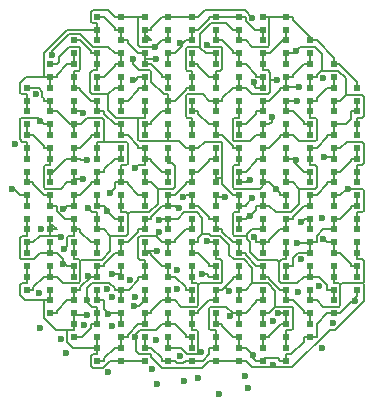
<source format=gbr>
%TF.GenerationSoftware,KiCad,Pcbnew,9.0.1*%
%TF.CreationDate,2025-06-29T22:28:52-07:00*%
%TF.ProjectId,Complete,436f6d70-6c65-4746-952e-6b696361645f,rev?*%
%TF.SameCoordinates,Original*%
%TF.FileFunction,Copper,L1,Top*%
%TF.FilePolarity,Positive*%
%FSLAX46Y46*%
G04 Gerber Fmt 4.6, Leading zero omitted, Abs format (unit mm)*
G04 Created by KiCad (PCBNEW 9.0.1) date 2025-06-29 22:28:52*
%MOMM*%
%LPD*%
G01*
G04 APERTURE LIST*
%TA.AperFunction,SMDPad,CuDef*%
%ADD10R,0.600000X0.600000*%
%TD*%
%TA.AperFunction,ViaPad*%
%ADD11C,0.600000*%
%TD*%
%TA.AperFunction,Conductor*%
%ADD12C,0.200000*%
%TD*%
G04 APERTURE END LIST*
D10*
%TO.P,D126,1*%
%TO.N,H*%
X216000000Y-88950000D03*
%TO.P,D126,2*%
%TO.N,M*%
X216000000Y-90050000D03*
%TD*%
%TO.P,D175,1*%
%TO.N,F*%
X226000000Y-94950000D03*
%TO.P,D175,2*%
%TO.N,L*%
X226000000Y-96050000D03*
%TD*%
%TO.P,D40,1*%
%TO.N,A*%
X224000000Y-76950000D03*
%TO.P,D40,2*%
%TO.N,K*%
X224000000Y-78050000D03*
%TD*%
%TO.P,D27,1*%
%TO.N,E*%
X226000000Y-74950000D03*
%TO.P,D27,2*%
%TO.N,K*%
X226000000Y-76050000D03*
%TD*%
%TO.P,D32,1*%
%TO.N,N*%
X236000000Y-74950000D03*
%TO.P,D32,2*%
%TO.N,I*%
X236000000Y-76050000D03*
%TD*%
%TO.P,D137,1*%
%TO.N,J*%
X238000000Y-88950000D03*
%TO.P,D137,2*%
%TO.N,A*%
X238000000Y-90050000D03*
%TD*%
%TO.P,D57,1*%
%TO.N,M*%
X228000000Y-78950000D03*
%TO.P,D57,2*%
%TO.N,A*%
X228000000Y-80050000D03*
%TD*%
%TO.P,D43,1*%
%TO.N,M*%
X230000000Y-76950000D03*
%TO.P,D43,2*%
%TO.N,E*%
X230000000Y-78050000D03*
%TD*%
%TO.P,D66,1*%
%TO.N,D*%
X216000000Y-80950000D03*
%TO.P,D66,2*%
%TO.N,I*%
X216000000Y-82050000D03*
%TD*%
%TO.P,D25,1*%
%TO.N,A*%
X222000000Y-74950000D03*
%TO.P,D25,2*%
%TO.N,I*%
X222000000Y-76050000D03*
%TD*%
%TO.P,D149,1*%
%TO.N,L*%
X232000000Y-90950000D03*
%TO.P,D149,2*%
%TO.N,C*%
X232000000Y-92050000D03*
%TD*%
%TO.P,D84,1*%
%TO.N,C*%
X222000000Y-82950000D03*
%TO.P,D84,2*%
%TO.N,M*%
X222000000Y-84050000D03*
%TD*%
%TO.P,D143,1*%
%TO.N,N*%
X220000000Y-90950000D03*
%TO.P,D143,2*%
%TO.N,H*%
X220000000Y-92050000D03*
%TD*%
%TO.P,D77,1*%
%TO.N,P*%
X238000000Y-80950000D03*
%TO.P,D77,2*%
%TO.N,G*%
X238000000Y-82050000D03*
%TD*%
%TO.P,D20,1*%
%TO.N,K*%
X236000000Y-72950000D03*
%TO.P,D20,2*%
%TO.N,N*%
X236000000Y-74050000D03*
%TD*%
%TO.P,D33,1*%
%TO.N,K*%
X238000000Y-74950000D03*
%TO.P,D33,2*%
%TO.N,O*%
X238000000Y-76050000D03*
%TD*%
%TO.P,D52,1*%
%TO.N,C*%
X218000000Y-78950000D03*
%TO.P,D52,2*%
%TO.N,I*%
X218000000Y-80050000D03*
%TD*%
%TO.P,D76,1*%
%TO.N,G*%
X236000000Y-80950000D03*
%TO.P,D76,2*%
%TO.N,P*%
X236000000Y-82050000D03*
%TD*%
%TO.P,D187,1*%
%TO.N,L*%
X226000000Y-96950000D03*
%TO.P,D187,2*%
%TO.N,H*%
X226000000Y-98050000D03*
%TD*%
%TO.P,D28,1*%
%TO.N,K*%
X228000000Y-74950000D03*
%TO.P,D28,2*%
%TO.N,E*%
X228000000Y-76050000D03*
%TD*%
%TO.P,D153,1*%
%TO.N,H*%
X240000000Y-90950000D03*
%TO.P,D153,2*%
%TO.N,A*%
X240000000Y-92050000D03*
%TD*%
%TO.P,D180,1*%
%TO.N,H*%
X236000000Y-94950000D03*
%TO.P,D180,2*%
%TO.N,C*%
X236000000Y-96050000D03*
%TD*%
%TO.P,D182,1*%
%TO.N,L*%
X216000000Y-96950000D03*
%TO.P,D182,2*%
%TO.N,O*%
X216000000Y-98050000D03*
%TD*%
%TO.P,D125,1*%
%TO.N,K*%
X214000000Y-88950000D03*
%TO.P,D125,2*%
%TO.N,J*%
X214000000Y-90050000D03*
%TD*%
%TO.P,D105,1*%
%TO.N,P*%
X234000000Y-84950000D03*
%TO.P,D105,2*%
%TO.N,A*%
X234000000Y-86050000D03*
%TD*%
%TO.P,D199,1*%
%TO.N,F*%
X230000000Y-98950000D03*
%TO.P,D199,2*%
%TO.N,H*%
X230000000Y-100050000D03*
%TD*%
%TO.P,D186,1*%
%TO.N,H*%
X224000000Y-96950000D03*
%TO.P,D186,2*%
%TO.N,L*%
X224000000Y-98050000D03*
%TD*%
%TO.P,D5,1*%
%TO.N,G*%
X226000000Y-70950000D03*
%TO.P,D5,2*%
%TO.N,I*%
X226000000Y-72050000D03*
%TD*%
%TO.P,D69,1*%
%TO.N,K*%
X222000000Y-80950000D03*
%TO.P,D69,2*%
%TO.N,C*%
X222000000Y-82050000D03*
%TD*%
%TO.P,D94,1*%
%TO.N,H*%
X212000000Y-84950000D03*
%TO.P,D94,2*%
%TO.N,I*%
X212000000Y-86050000D03*
%TD*%
%TO.P,D122,1*%
%TO.N,E*%
X238000000Y-86950000D03*
%TO.P,D122,2*%
%TO.N,J*%
X238000000Y-88050000D03*
%TD*%
%TO.P,D79,1*%
%TO.N,G*%
X212000000Y-82950000D03*
%TO.P,D79,2*%
%TO.N,H*%
X212000000Y-84050000D03*
%TD*%
%TO.P,D154,1*%
%TO.N,L*%
X212000000Y-92950000D03*
%TO.P,D154,2*%
%TO.N,M*%
X212000000Y-94050000D03*
%TD*%
%TO.P,D45,1*%
%TO.N,N*%
X234000000Y-76950000D03*
%TO.P,D45,2*%
%TO.N,G*%
X234000000Y-78050000D03*
%TD*%
%TO.P,D197,1*%
%TO.N,H*%
X226000000Y-98950000D03*
%TO.P,D197,2*%
%TO.N,J*%
X226000000Y-100050000D03*
%TD*%
%TO.P,D150,1*%
%TO.N,B*%
X234000000Y-90950000D03*
%TO.P,D150,2*%
%TO.N,J*%
X234000000Y-92050000D03*
%TD*%
%TO.P,D172,1*%
%TO.N,O*%
X220000000Y-94950000D03*
%TO.P,D172,2*%
%TO.N,J*%
X220000000Y-96050000D03*
%TD*%
%TO.P,D159,1*%
%TO.N,O*%
X222000000Y-92950000D03*
%TO.P,D159,2*%
%TO.N,H*%
X222000000Y-94050000D03*
%TD*%
%TO.P,D188,1*%
%TO.N,F*%
X228000000Y-96950000D03*
%TO.P,D188,2*%
%TO.N,J*%
X228000000Y-98050000D03*
%TD*%
%TO.P,D74,1*%
%TO.N,E*%
X232000000Y-80950000D03*
%TO.P,D74,2*%
%TO.N,O*%
X232000000Y-82050000D03*
%TD*%
%TO.P,D200,1*%
%TO.N,H*%
X232000000Y-98950000D03*
%TO.P,D200,2*%
%TO.N,F*%
X232000000Y-100050000D03*
%TD*%
%TO.P,D54,1*%
%TO.N,B*%
X222000000Y-78950000D03*
%TO.P,D54,2*%
%TO.N,K*%
X222000000Y-80050000D03*
%TD*%
%TO.P,D78,1*%
%TO.N,I*%
X240000000Y-80950000D03*
%TO.P,D78,2*%
%TO.N,L*%
X240000000Y-82050000D03*
%TD*%
%TO.P,D127,1*%
%TO.N,M*%
X218000000Y-88950000D03*
%TO.P,D127,2*%
%TO.N,H*%
X218000000Y-90050000D03*
%TD*%
%TO.P,D8,1*%
%TO.N,K*%
X232000000Y-70950000D03*
%TO.P,D8,2*%
%TO.N,I*%
X232000000Y-72050000D03*
%TD*%
%TO.P,D195,1*%
%TO.N,J*%
X222000000Y-98950000D03*
%TO.P,D195,2*%
%TO.N,L*%
X222000000Y-100050000D03*
%TD*%
%TO.P,D103,1*%
%TO.N,O*%
X230000000Y-84950000D03*
%TO.P,D103,2*%
%TO.N,B*%
X230000000Y-86050000D03*
%TD*%
%TO.P,D173,1*%
%TO.N,H*%
X222000000Y-94950000D03*
%TO.P,D173,2*%
%TO.N,P*%
X222000000Y-96050000D03*
%TD*%
%TO.P,D138,1*%
%TO.N,E*%
X240000000Y-88950000D03*
%TO.P,D138,2*%
%TO.N,H*%
X240000000Y-90050000D03*
%TD*%
%TO.P,D111,1*%
%TO.N,K*%
X216000000Y-86950000D03*
%TO.P,D111,2*%
%TO.N,H*%
X216000000Y-88050000D03*
%TD*%
%TO.P,D114,1*%
%TO.N,D*%
X222000000Y-86950000D03*
%TO.P,D114,2*%
%TO.N,N*%
X222000000Y-88050000D03*
%TD*%
%TO.P,D93,1*%
%TO.N,L*%
X240000000Y-82950000D03*
%TO.P,D93,2*%
%TO.N,G*%
X240000000Y-84050000D03*
%TD*%
%TO.P,D3,1*%
%TO.N,E*%
X222000000Y-70950000D03*
%TO.P,D3,2*%
%TO.N,G*%
X222000000Y-72050000D03*
%TD*%
%TO.P,D23,1*%
%TO.N,B*%
X218000000Y-74950000D03*
%TO.P,D23,2*%
%TO.N,G*%
X218000000Y-76050000D03*
%TD*%
%TO.P,D133,1*%
%TO.N,P*%
X230000000Y-88950000D03*
%TO.P,D133,2*%
%TO.N,C*%
X230000000Y-90050000D03*
%TD*%
%TO.P,D145,1*%
%TO.N,O*%
X224000000Y-90950000D03*
%TO.P,D145,2*%
%TO.N,F*%
X224000000Y-92050000D03*
%TD*%
%TO.P,D72,1*%
%TO.N,A*%
X228000000Y-80950000D03*
%TO.P,D72,2*%
%TO.N,N*%
X228000000Y-82050000D03*
%TD*%
%TO.P,D30,1*%
%TO.N,M*%
X232000000Y-74950000D03*
%TO.P,D30,2*%
%TO.N,G*%
X232000000Y-76050000D03*
%TD*%
%TO.P,D14,1*%
%TO.N,E*%
X224000000Y-72950000D03*
%TO.P,D14,2*%
%TO.N,I*%
X224000000Y-74050000D03*
%TD*%
%TO.P,D68,1*%
%TO.N,C*%
X220000000Y-80950000D03*
%TO.P,D68,2*%
%TO.N,K*%
X220000000Y-82050000D03*
%TD*%
%TO.P,D124,1*%
%TO.N,J*%
X212000000Y-88950000D03*
%TO.P,D124,2*%
%TO.N,K*%
X212000000Y-90050000D03*
%TD*%
%TO.P,D19,1*%
%TO.N,M*%
X234000000Y-72950000D03*
%TO.P,D19,2*%
%TO.N,I*%
X234000000Y-74050000D03*
%TD*%
%TO.P,D65,1*%
%TO.N,G*%
X214000000Y-80950000D03*
%TO.P,D65,2*%
%TO.N,F*%
X214000000Y-82050000D03*
%TD*%
%TO.P,D34,1*%
%TO.N,D*%
X212000000Y-76950000D03*
%TO.P,D34,2*%
%TO.N,E*%
X212000000Y-78050000D03*
%TD*%
%TO.P,D183,1*%
%TO.N,O*%
X218000000Y-96950000D03*
%TO.P,D183,2*%
%TO.N,L*%
X218000000Y-98050000D03*
%TD*%
%TO.P,D92,1*%
%TO.N,G*%
X238000000Y-82950000D03*
%TO.P,D92,2*%
%TO.N,L*%
X238000000Y-84050000D03*
%TD*%
%TO.P,D152,1*%
%TO.N,A*%
X238000000Y-90950000D03*
%TO.P,D152,2*%
%TO.N,H*%
X238000000Y-92050000D03*
%TD*%
%TO.P,D147,1*%
%TO.N,P*%
X228000000Y-90950000D03*
%TO.P,D147,2*%
%TO.N,D*%
X228000000Y-92050000D03*
%TD*%
%TO.P,D55,1*%
%TO.N,K*%
X224000000Y-78950000D03*
%TO.P,D55,2*%
%TO.N,B*%
X224000000Y-80050000D03*
%TD*%
%TO.P,D136,1*%
%TO.N,A*%
X236000000Y-88950000D03*
%TO.P,D136,2*%
%TO.N,J*%
X236000000Y-90050000D03*
%TD*%
%TO.P,D117,1*%
%TO.N,O*%
X228000000Y-86950000D03*
%TO.P,D117,2*%
%TO.N,C*%
X228000000Y-88050000D03*
%TD*%
%TO.P,D189,1*%
%TO.N,J*%
X230000000Y-96950000D03*
%TO.P,D189,2*%
%TO.N,F*%
X230000000Y-98050000D03*
%TD*%
%TO.P,D176,1*%
%TO.N,L*%
X228000000Y-94950000D03*
%TO.P,D176,2*%
%TO.N,F*%
X228000000Y-96050000D03*
%TD*%
%TO.P,D163,1*%
%TO.N,L*%
X230000000Y-92950000D03*
%TO.P,D163,2*%
%TO.N,D*%
X230000000Y-94050000D03*
%TD*%
%TO.P,D116,1*%
%TO.N,C*%
X226000000Y-86950000D03*
%TO.P,D116,2*%
%TO.N,O*%
X226000000Y-88050000D03*
%TD*%
%TO.P,D70,1*%
%TO.N,B*%
X224000000Y-80950000D03*
%TO.P,D70,2*%
%TO.N,M*%
X224000000Y-82050000D03*
%TD*%
%TO.P,D109,1*%
%TO.N,I*%
X212000000Y-86950000D03*
%TO.P,D109,2*%
%TO.N,J*%
X212000000Y-88050000D03*
%TD*%
%TO.P,D146,1*%
%TO.N,D*%
X226000000Y-90950000D03*
%TO.P,D146,2*%
%TO.N,P*%
X226000000Y-92050000D03*
%TD*%
%TO.P,D82,1*%
%TO.N,D*%
X218000000Y-82950000D03*
%TO.P,D82,2*%
%TO.N,K*%
X218000000Y-84050000D03*
%TD*%
%TO.P,D6,1*%
%TO.N,I*%
X228000000Y-70950000D03*
%TO.P,D6,2*%
%TO.N,G*%
X228000000Y-72050000D03*
%TD*%
%TO.P,D194,1*%
%TO.N,P*%
X220000000Y-98950000D03*
%TO.P,D194,2*%
%TO.N,L*%
X220000000Y-100050000D03*
%TD*%
%TO.P,D121,1*%
%TO.N,L*%
X236000000Y-86950000D03*
%TO.P,D121,2*%
%TO.N,A*%
X236000000Y-88050000D03*
%TD*%
%TO.P,D196,1*%
%TO.N,L*%
X224000000Y-98950000D03*
%TO.P,D196,2*%
%TO.N,J*%
X224000000Y-100050000D03*
%TD*%
%TO.P,D17,1*%
%TO.N,K*%
X230000000Y-72950000D03*
%TO.P,D17,2*%
%TO.N,G*%
X230000000Y-74050000D03*
%TD*%
%TO.P,D26,1*%
%TO.N,I*%
X224000000Y-74950000D03*
%TO.P,D26,2*%
%TO.N,A*%
X224000000Y-76050000D03*
%TD*%
%TO.P,D98,1*%
%TO.N,D*%
X220000000Y-84950000D03*
%TO.P,D98,2*%
%TO.N,M*%
X220000000Y-86050000D03*
%TD*%
%TO.P,D12,1*%
%TO.N,A*%
X220000000Y-72950000D03*
%TO.P,D12,2*%
%TO.N,G*%
X220000000Y-74050000D03*
%TD*%
%TO.P,D89,1*%
%TO.N,O*%
X232000000Y-82950000D03*
%TO.P,D89,2*%
%TO.N,A*%
X232000000Y-84050000D03*
%TD*%
%TO.P,D13,1*%
%TO.N,G*%
X222000000Y-72950000D03*
%TO.P,D13,2*%
%TO.N,A*%
X222000000Y-74050000D03*
%TD*%
%TO.P,D39,1*%
%TO.N,I*%
X222000000Y-76950000D03*
%TO.P,D39,2*%
%TO.N,B*%
X222000000Y-78050000D03*
%TD*%
%TO.P,D96,1*%
%TO.N,F*%
X216000000Y-84950000D03*
%TO.P,D96,2*%
%TO.N,K*%
X216000000Y-86050000D03*
%TD*%
%TO.P,D185,1*%
%TO.N,P*%
X222000000Y-96950000D03*
%TO.P,D185,2*%
%TO.N,J*%
X222000000Y-98050000D03*
%TD*%
%TO.P,D139,1*%
%TO.N,K*%
X212000000Y-90950000D03*
%TO.P,D139,2*%
%TO.N,L*%
X212000000Y-92050000D03*
%TD*%
%TO.P,D36,1*%
%TO.N,C*%
X216000000Y-76950000D03*
%TO.P,D36,2*%
%TO.N,G*%
X216000000Y-78050000D03*
%TD*%
%TO.P,D64,1*%
%TO.N,F*%
X212000000Y-80950000D03*
%TO.P,D64,2*%
%TO.N,G*%
X212000000Y-82050000D03*
%TD*%
%TO.P,D164,1*%
%TO.N,C*%
X232000000Y-92950000D03*
%TO.P,D164,2*%
%TO.N,J*%
X232000000Y-94050000D03*
%TD*%
%TO.P,D106,1*%
%TO.N,E*%
X236000000Y-84950000D03*
%TO.P,D106,2*%
%TO.N,L*%
X236000000Y-86050000D03*
%TD*%
%TO.P,D60,1*%
%TO.N,G*%
X234000000Y-78950000D03*
%TO.P,D60,2*%
%TO.N,O*%
X234000000Y-80050000D03*
%TD*%
%TO.P,D160,1*%
%TO.N,F*%
X224000000Y-92950000D03*
%TO.P,D160,2*%
%TO.N,P*%
X224000000Y-94050000D03*
%TD*%
%TO.P,D90,1*%
%TO.N,E*%
X234000000Y-82950000D03*
%TO.P,D90,2*%
%TO.N,P*%
X234000000Y-84050000D03*
%TD*%
%TO.P,D119,1*%
%TO.N,P*%
X232000000Y-86950000D03*
%TO.P,D119,2*%
%TO.N,B*%
X232000000Y-88050000D03*
%TD*%
%TO.P,D131,1*%
%TO.N,O*%
X226000000Y-88950000D03*
%TO.P,D131,2*%
%TO.N,D*%
X226000000Y-90050000D03*
%TD*%
%TO.P,D177,1*%
%TO.N,D*%
X230000000Y-94950000D03*
%TO.P,D177,2*%
%TO.N,J*%
X230000000Y-96050000D03*
%TD*%
%TO.P,D142,1*%
%TO.N,H*%
X218000000Y-90950000D03*
%TO.P,D142,2*%
%TO.N,N*%
X218000000Y-92050000D03*
%TD*%
%TO.P,D118,1*%
%TO.N,B*%
X230000000Y-86950000D03*
%TO.P,D118,2*%
%TO.N,P*%
X230000000Y-88050000D03*
%TD*%
%TO.P,D47,1*%
%TO.N,O*%
X238000000Y-76950000D03*
%TO.P,D47,2*%
%TO.N,I*%
X238000000Y-78050000D03*
%TD*%
%TO.P,D50,1*%
%TO.N,D*%
X214000000Y-78950000D03*
%TO.P,D50,2*%
%TO.N,G*%
X214000000Y-80050000D03*
%TD*%
%TO.P,D129,1*%
%TO.N,N*%
X222000000Y-88950000D03*
%TO.P,D129,2*%
%TO.N,F*%
X222000000Y-90050000D03*
%TD*%
%TO.P,D21,1*%
%TO.N,C*%
X214000000Y-74950000D03*
%TO.P,D21,2*%
%TO.N,E*%
X214000000Y-76050000D03*
%TD*%
%TO.P,D104,1*%
%TO.N,A*%
X232000000Y-84950000D03*
%TO.P,D104,2*%
%TO.N,P*%
X232000000Y-86050000D03*
%TD*%
%TO.P,D155,1*%
%TO.N,M*%
X214000000Y-92950000D03*
%TO.P,D155,2*%
%TO.N,L*%
X214000000Y-94050000D03*
%TD*%
%TO.P,D148,1*%
%TO.N,C*%
X230000000Y-90950000D03*
%TO.P,D148,2*%
%TO.N,L*%
X230000000Y-92050000D03*
%TD*%
%TO.P,D170,1*%
%TO.N,N*%
X216000000Y-94950000D03*
%TO.P,D170,2*%
%TO.N,L*%
X216000000Y-96050000D03*
%TD*%
%TO.P,D120,1*%
%TO.N,A*%
X234000000Y-86950000D03*
%TO.P,D120,2*%
%TO.N,L*%
X234000000Y-88050000D03*
%TD*%
%TO.P,D201,1*%
%TO.N,D*%
X234000000Y-98950000D03*
%TO.P,D201,2*%
%TO.N,F*%
X234000000Y-100050000D03*
%TD*%
%TO.P,D97,1*%
%TO.N,K*%
X218000000Y-84950000D03*
%TO.P,D97,2*%
%TO.N,F*%
X218000000Y-86050000D03*
%TD*%
%TO.P,D181,1*%
%TO.N,B*%
X238000000Y-94950000D03*
%TO.P,D181,2*%
%TO.N,F*%
X238000000Y-96050000D03*
%TD*%
%TO.P,D191,1*%
%TO.N,H*%
X234000000Y-96950000D03*
%TO.P,D191,2*%
%TO.N,D*%
X234000000Y-98050000D03*
%TD*%
%TO.P,D11,1*%
%TO.N,E*%
X218000000Y-72950000D03*
%TO.P,D11,2*%
%TO.N,B*%
X218000000Y-74050000D03*
%TD*%
%TO.P,D102,1*%
%TO.N,B*%
X228000000Y-84950000D03*
%TO.P,D102,2*%
%TO.N,O*%
X228000000Y-86050000D03*
%TD*%
%TO.P,D95,1*%
%TO.N,I*%
X214000000Y-84950000D03*
%TO.P,D95,2*%
%TO.N,H*%
X214000000Y-86050000D03*
%TD*%
%TO.P,D48,1*%
%TO.N,K*%
X240000000Y-77000000D03*
%TO.P,D48,2*%
%TO.N,P*%
X240000000Y-78100000D03*
%TD*%
%TO.P,D161,1*%
%TO.N,P*%
X226000000Y-92950000D03*
%TO.P,D161,2*%
%TO.N,F*%
X226000000Y-94050000D03*
%TD*%
%TO.P,D73,1*%
%TO.N,N*%
X230000000Y-80950000D03*
%TO.P,D73,2*%
%TO.N,A*%
X230000000Y-82050000D03*
%TD*%
%TO.P,D2,1*%
%TO.N,E*%
X220000000Y-70950000D03*
%TO.P,D2,2*%
%TO.N,A*%
X220000000Y-72050000D03*
%TD*%
%TO.P,D101,1*%
%TO.N,N*%
X226000000Y-84950000D03*
%TO.P,D101,2*%
%TO.N,C*%
X226000000Y-86050000D03*
%TD*%
%TO.P,D179,1*%
%TO.N,C*%
X234000000Y-94950000D03*
%TO.P,D179,2*%
%TO.N,H*%
X234000000Y-96050000D03*
%TD*%
%TO.P,D56,1*%
%TO.N,A*%
X226000000Y-78950000D03*
%TO.P,D56,2*%
%TO.N,M*%
X226000000Y-80050000D03*
%TD*%
%TO.P,D24,1*%
%TO.N,G*%
X220000000Y-74950000D03*
%TO.P,D24,2*%
%TO.N,B*%
X220000000Y-76050000D03*
%TD*%
%TO.P,D141,1*%
%TO.N,M*%
X216000000Y-90950000D03*
%TO.P,D141,2*%
%TO.N,J*%
X216000000Y-92050000D03*
%TD*%
%TO.P,D168,1*%
%TO.N,A*%
X240000000Y-92950000D03*
%TO.P,D168,2*%
%TO.N,F*%
X240000000Y-94050000D03*
%TD*%
%TO.P,D35,1*%
%TO.N,E*%
X214000000Y-76950000D03*
%TO.P,D35,2*%
%TO.N,D*%
X214000000Y-78050000D03*
%TD*%
%TO.P,D62,1*%
%TO.N,I*%
X238000000Y-78950000D03*
%TO.P,D62,2*%
%TO.N,P*%
X238000000Y-80050000D03*
%TD*%
%TO.P,D83,1*%
%TO.N,K*%
X220000000Y-82950000D03*
%TO.P,D83,2*%
%TO.N,D*%
X220000000Y-84050000D03*
%TD*%
%TO.P,D107,1*%
%TO.N,L*%
X238000000Y-84950000D03*
%TO.P,D107,2*%
%TO.N,E*%
X238000000Y-86050000D03*
%TD*%
%TO.P,D158,1*%
%TO.N,H*%
X220000000Y-92950000D03*
%TO.P,D158,2*%
%TO.N,O*%
X220000000Y-94050000D03*
%TD*%
%TO.P,D51,1*%
%TO.N,G*%
X216000000Y-78950000D03*
%TO.P,D51,2*%
%TO.N,D*%
X216000000Y-80050000D03*
%TD*%
%TO.P,D165,1*%
%TO.N,J*%
X234000000Y-92950000D03*
%TO.P,D165,2*%
%TO.N,C*%
X234000000Y-94050000D03*
%TD*%
%TO.P,D157,1*%
%TO.N,N*%
X218000000Y-92950000D03*
%TO.P,D157,2*%
%TO.N,J*%
X218000000Y-94050000D03*
%TD*%
%TO.P,D63,1*%
%TO.N,P*%
X240000000Y-78950000D03*
%TO.P,D63,2*%
%TO.N,I*%
X240000000Y-80050000D03*
%TD*%
%TO.P,D59,1*%
%TO.N,N*%
X232000000Y-78950000D03*
%TO.P,D59,2*%
%TO.N,E*%
X232000000Y-80050000D03*
%TD*%
%TO.P,D85,1*%
%TO.N,M*%
X224000000Y-82950000D03*
%TO.P,D85,2*%
%TO.N,C*%
X224000000Y-84050000D03*
%TD*%
%TO.P,D140,1*%
%TO.N,J*%
X214000000Y-90950000D03*
%TO.P,D140,2*%
%TO.N,M*%
X214000000Y-92050000D03*
%TD*%
%TO.P,D174,1*%
%TO.N,P*%
X224000000Y-94950000D03*
%TO.P,D174,2*%
%TO.N,H*%
X224000000Y-96050000D03*
%TD*%
%TO.P,D22,1*%
%TO.N,E*%
X216000000Y-74950000D03*
%TO.P,D22,2*%
%TO.N,C*%
X216000000Y-76050000D03*
%TD*%
%TO.P,D9,1*%
%TO.N,K*%
X234000000Y-70950000D03*
%TO.P,D9,2*%
%TO.N,M*%
X234000000Y-72050000D03*
%TD*%
%TO.P,D169,1*%
%TO.N,L*%
X214000000Y-94900000D03*
%TO.P,D169,2*%
%TO.N,N*%
X214000000Y-96000000D03*
%TD*%
%TO.P,D135,1*%
%TO.N,L*%
X234000000Y-88950000D03*
%TO.P,D135,2*%
%TO.N,B*%
X234000000Y-90050000D03*
%TD*%
%TO.P,D162,1*%
%TO.N,D*%
X228000000Y-92950000D03*
%TO.P,D162,2*%
%TO.N,L*%
X228000000Y-94050000D03*
%TD*%
%TO.P,D49,1*%
%TO.N,E*%
X212000000Y-78950000D03*
%TO.P,D49,2*%
%TO.N,F*%
X212000000Y-80050000D03*
%TD*%
%TO.P,D86,1*%
%TO.N,B*%
X226000000Y-82950000D03*
%TO.P,D86,2*%
%TO.N,N*%
X226000000Y-84050000D03*
%TD*%
%TO.P,D193,1*%
%TO.N,L*%
X218000000Y-98950000D03*
%TO.P,D193,2*%
%TO.N,P*%
X218000000Y-100050000D03*
%TD*%
%TO.P,D81,1*%
%TO.N,I*%
X216000000Y-82950000D03*
%TO.P,D81,2*%
%TO.N,F*%
X216000000Y-84050000D03*
%TD*%
%TO.P,D184,1*%
%TO.N,J*%
X220000000Y-96950000D03*
%TO.P,D184,2*%
%TO.N,P*%
X220000000Y-98050000D03*
%TD*%
%TO.P,D130,1*%
%TO.N,D*%
X224000000Y-88950000D03*
%TO.P,D130,2*%
%TO.N,O*%
X224000000Y-90050000D03*
%TD*%
%TO.P,D42,1*%
%TO.N,E*%
X228000000Y-76950000D03*
%TO.P,D42,2*%
%TO.N,M*%
X228000000Y-78050000D03*
%TD*%
%TO.P,D134,1*%
%TO.N,B*%
X232000000Y-88950000D03*
%TO.P,D134,2*%
%TO.N,L*%
X232000000Y-90050000D03*
%TD*%
%TO.P,D37,1*%
%TO.N,G*%
X218000000Y-76950000D03*
%TO.P,D37,2*%
%TO.N,C*%
X218000000Y-78050000D03*
%TD*%
%TO.P,D61,1*%
%TO.N,O*%
X236000000Y-78950000D03*
%TO.P,D61,2*%
%TO.N,G*%
X236000000Y-80050000D03*
%TD*%
%TO.P,D7,1*%
%TO.N,I*%
X230000000Y-70950000D03*
%TO.P,D7,2*%
%TO.N,K*%
X230000000Y-72050000D03*
%TD*%
%TO.P,D171,1*%
%TO.N,J*%
X218000000Y-94950000D03*
%TO.P,D171,2*%
%TO.N,O*%
X218000000Y-96050000D03*
%TD*%
%TO.P,D167,1*%
%TO.N,H*%
X238000000Y-92950000D03*
%TO.P,D167,2*%
%TO.N,B*%
X238000000Y-94050000D03*
%TD*%
%TO.P,D112,1*%
%TO.N,F*%
X218000000Y-86950000D03*
%TO.P,D112,2*%
%TO.N,M*%
X218000000Y-88050000D03*
%TD*%
%TO.P,D67,1*%
%TO.N,I*%
X218000000Y-80950000D03*
%TO.P,D67,2*%
%TO.N,D*%
X218000000Y-82050000D03*
%TD*%
%TO.P,D41,1*%
%TO.N,K*%
X226000000Y-76950000D03*
%TO.P,D41,2*%
%TO.N,A*%
X226000000Y-78050000D03*
%TD*%
%TO.P,D71,1*%
%TO.N,M*%
X226000000Y-80950000D03*
%TO.P,D71,2*%
%TO.N,B*%
X226000000Y-82050000D03*
%TD*%
%TO.P,D75,1*%
%TO.N,O*%
X234000000Y-80950000D03*
%TO.P,D75,2*%
%TO.N,E*%
X234000000Y-82050000D03*
%TD*%
%TO.P,D80,1*%
%TO.N,F*%
X214000000Y-82950000D03*
%TO.P,D80,2*%
%TO.N,I*%
X214000000Y-84050000D03*
%TD*%
%TO.P,D128,1*%
%TO.N,F*%
X220000000Y-88950000D03*
%TO.P,D128,2*%
%TO.N,N*%
X220000000Y-90050000D03*
%TD*%
%TO.P,D132,1*%
%TO.N,C*%
X228000000Y-88950000D03*
%TO.P,D132,2*%
%TO.N,P*%
X228000000Y-90050000D03*
%TD*%
%TO.P,D29,1*%
%TO.N,G*%
X230000000Y-74950000D03*
%TO.P,D29,2*%
%TO.N,M*%
X230000000Y-76050000D03*
%TD*%
%TO.P,D144,1*%
%TO.N,F*%
X222000000Y-90950000D03*
%TO.P,D144,2*%
%TO.N,O*%
X222000000Y-92050000D03*
%TD*%
%TO.P,D123,1*%
%TO.N,J*%
X240000000Y-86950000D03*
%TO.P,D123,2*%
%TO.N,E*%
X240000000Y-88050000D03*
%TD*%
%TO.P,D156,1*%
%TO.N,J*%
X216000000Y-92950000D03*
%TO.P,D156,2*%
%TO.N,N*%
X216000000Y-94050000D03*
%TD*%
%TO.P,D110,1*%
%TO.N,H*%
X214000000Y-86950000D03*
%TO.P,D110,2*%
%TO.N,K*%
X214000000Y-88050000D03*
%TD*%
%TO.P,D151,1*%
%TO.N,J*%
X236000000Y-90950000D03*
%TO.P,D151,2*%
%TO.N,B*%
X236000000Y-92050000D03*
%TD*%
%TO.P,D99,1*%
%TO.N,M*%
X222000000Y-84950000D03*
%TO.P,D99,2*%
%TO.N,D*%
X222000000Y-86050000D03*
%TD*%
%TO.P,D53,1*%
%TO.N,I*%
X220000000Y-78950000D03*
%TO.P,D53,2*%
%TO.N,C*%
X220000000Y-80050000D03*
%TD*%
%TO.P,D108,1*%
%TO.N,G*%
X240000000Y-84950000D03*
%TO.P,D108,2*%
%TO.N,J*%
X240000000Y-86050000D03*
%TD*%
%TO.P,D18,1*%
%TO.N,I*%
X232000000Y-72950000D03*
%TO.P,D18,2*%
%TO.N,M*%
X232000000Y-74050000D03*
%TD*%
%TO.P,D88,1*%
%TO.N,A*%
X230000000Y-82950000D03*
%TO.P,D88,2*%
%TO.N,O*%
X230000000Y-84050000D03*
%TD*%
%TO.P,D178,1*%
%TO.N,J*%
X232000000Y-94950000D03*
%TO.P,D178,2*%
%TO.N,D*%
X232000000Y-96050000D03*
%TD*%
%TO.P,D113,1*%
%TO.N,M*%
X220000000Y-86950000D03*
%TO.P,D113,2*%
%TO.N,F*%
X220000000Y-88050000D03*
%TD*%
%TO.P,D192,1*%
%TO.N,C*%
X236000000Y-96950000D03*
%TO.P,D192,2*%
%TO.N,F*%
X236000000Y-98050000D03*
%TD*%
%TO.P,D15,1*%
%TO.N,I*%
X226000000Y-72950000D03*
%TO.P,D15,2*%
%TO.N,E*%
X226000000Y-74050000D03*
%TD*%
%TO.P,D87,1*%
%TO.N,N*%
X228000000Y-82950000D03*
%TO.P,D87,2*%
%TO.N,B*%
X228000000Y-84050000D03*
%TD*%
%TO.P,D100,1*%
%TO.N,C*%
X224000000Y-84950000D03*
%TO.P,D100,2*%
%TO.N,N*%
X224000000Y-86050000D03*
%TD*%
%TO.P,D31,1*%
%TO.N,I*%
X234000000Y-74950000D03*
%TO.P,D31,2*%
%TO.N,N*%
X234000000Y-76050000D03*
%TD*%
%TO.P,D38,1*%
%TO.N,B*%
X220000000Y-76950000D03*
%TO.P,D38,2*%
%TO.N,I*%
X220000000Y-78050000D03*
%TD*%
%TO.P,D16,1*%
%TO.N,G*%
X228000000Y-72950000D03*
%TO.P,D16,2*%
%TO.N,K*%
X228000000Y-74050000D03*
%TD*%
%TO.P,D44,1*%
%TO.N,G*%
X232000000Y-76950000D03*
%TO.P,D44,2*%
%TO.N,N*%
X232000000Y-78050000D03*
%TD*%
%TO.P,D4,1*%
%TO.N,G*%
X224000000Y-70950000D03*
%TO.P,D4,2*%
%TO.N,E*%
X224000000Y-72050000D03*
%TD*%
%TO.P,D46,1*%
%TO.N,I*%
X236000000Y-76950000D03*
%TO.P,D46,2*%
%TO.N,O*%
X236000000Y-78050000D03*
%TD*%
%TO.P,D91,1*%
%TO.N,P*%
X236000000Y-82950000D03*
%TO.P,D91,2*%
%TO.N,E*%
X236000000Y-84050000D03*
%TD*%
%TO.P,D1,1*%
%TO.N,A*%
X218000000Y-70950000D03*
%TO.P,D1,2*%
%TO.N,E*%
X218000000Y-72050000D03*
%TD*%
%TO.P,D166,1*%
%TO.N,B*%
X236000000Y-92950000D03*
%TO.P,D166,2*%
%TO.N,H*%
X236000000Y-94050000D03*
%TD*%
%TO.P,D190,1*%
%TO.N,D*%
X232000000Y-96950000D03*
%TO.P,D190,2*%
%TO.N,H*%
X232000000Y-98050000D03*
%TD*%
%TO.P,D115,1*%
%TO.N,N*%
X224000000Y-86950000D03*
%TO.P,D115,2*%
%TO.N,D*%
X224000000Y-88050000D03*
%TD*%
%TO.P,D10,1*%
%TO.N,B*%
X216000000Y-72950000D03*
%TO.P,D10,2*%
%TO.N,E*%
X216000000Y-74050000D03*
%TD*%
%TO.P,D198,1*%
%TO.N,J*%
X228000000Y-98950000D03*
%TO.P,D198,2*%
%TO.N,H*%
X228000000Y-100050000D03*
%TD*%
%TO.P,D58,1*%
%TO.N,E*%
X230000000Y-78950000D03*
%TO.P,D58,2*%
%TO.N,N*%
X230000000Y-80050000D03*
%TD*%
D11*
%TO.N,Net-(CHG1-VBAT)*%
X237105700Y-76087600D03*
X212795300Y-77522600D03*
X235197600Y-91476100D03*
X237910100Y-96903000D03*
%TO.N,GNDREF*%
X234958800Y-94217200D03*
X225009400Y-99689300D03*
%TO.N,CHIP_POW*%
X213224100Y-88923400D03*
X226500000Y-101550000D03*
X211054600Y-81746600D03*
X213133500Y-97338900D03*
X222636000Y-100746900D03*
%TO.N,Charge_STAT*%
X223039200Y-102063400D03*
X213005100Y-94371800D03*
X237000000Y-87950000D03*
%TO.N,Bat_ON*%
X230510200Y-101388100D03*
X219196200Y-94685500D03*
X232835500Y-96691900D03*
%TO.N,F*%
X223054100Y-90814900D03*
X216797100Y-84703700D03*
X225283700Y-101818900D03*
X231201300Y-99605100D03*
X239801600Y-95010400D03*
X218799800Y-87393300D03*
%TO.N,P*%
X215340800Y-99394800D03*
X227237400Y-89922200D03*
X230920900Y-87851800D03*
%TO.N,N*%
X218899200Y-101018100D03*
X235030700Y-76877200D03*
X224884700Y-87170500D03*
X217210500Y-92935200D03*
%TO.N,B*%
X224754500Y-93997300D03*
X231084900Y-86315800D03*
%TO.N,M*%
X233229400Y-76307900D03*
X217191700Y-87145500D03*
X216894500Y-97060400D03*
%TO.N,O*%
X217100500Y-94940400D03*
X228762500Y-86206000D03*
X230917800Y-84780900D03*
X223223600Y-89157000D03*
%TO.N,L*%
X231242200Y-89596500D03*
X229099400Y-94127900D03*
X217127300Y-96163200D03*
X226771200Y-99365200D03*
%TO.N,A*%
X237121300Y-89728900D03*
X224747200Y-92381500D03*
X235248000Y-88328100D03*
X222930100Y-74542400D03*
X233087100Y-85495600D03*
%TO.N,J*%
X215084100Y-91879300D03*
X218915900Y-96082100D03*
X229207000Y-96272800D03*
X234904800Y-90113500D03*
%TO.N,H*%
X219194700Y-92711900D03*
X221171900Y-98059800D03*
X221089100Y-95425700D03*
X233249800Y-96051600D03*
X232849200Y-100401900D03*
X215164600Y-90623000D03*
%TO.N,D*%
X226887300Y-92754700D03*
X223245300Y-88160100D03*
X219055500Y-85835400D03*
%TO.N,K*%
X221000000Y-74500000D03*
X215114500Y-87179600D03*
X214912300Y-89586000D03*
%TO.N,I*%
X210801000Y-85499800D03*
X234828200Y-73850000D03*
X224979800Y-73187200D03*
X220970700Y-76259300D03*
X219235600Y-97136400D03*
X217071200Y-83050000D03*
%TO.N,G*%
X216799900Y-79075400D03*
X231092400Y-71010400D03*
X222955900Y-98314100D03*
X231228400Y-76489100D03*
X237179400Y-82826700D03*
X234929400Y-78071200D03*
X214170500Y-74169000D03*
X213164700Y-79738200D03*
%TO.N,C*%
X225244300Y-86223700D03*
X220746400Y-93201600D03*
X221202700Y-83747300D03*
%TO.N,E*%
X227249300Y-73358600D03*
X221205500Y-94669400D03*
X222895600Y-73506300D03*
X239250200Y-85506300D03*
X234831100Y-83048900D03*
X232769900Y-79396200D03*
%TO.N,UPDI*%
X218778300Y-94030000D03*
X236753000Y-93755000D03*
%TO.N,Net-(DB1-K)*%
X237044500Y-98996100D03*
X230773100Y-102349300D03*
%TO.N,Net-(Q1-G)*%
X214897700Y-98258300D03*
X228282200Y-102863200D03*
%TD*%
D12*
%TO.N,F*%
X228543700Y-96950000D02*
X228543700Y-97137400D01*
X222000000Y-90814900D02*
X223054100Y-90814900D01*
X232000000Y-100050000D02*
X231456300Y-100050000D01*
X231198800Y-99605100D02*
X231201300Y-99605100D01*
X214000000Y-82950000D02*
X214000000Y-83493700D01*
X231201300Y-99605100D02*
X231201300Y-99795000D01*
X225456300Y-94050000D02*
X225456300Y-93862600D01*
X220000000Y-88950000D02*
X220000000Y-88050000D01*
X216000000Y-84950000D02*
X216000000Y-84703700D01*
X239801600Y-95010400D02*
X239583300Y-95010400D01*
X220000000Y-88050000D02*
X219456300Y-88050000D01*
X233264500Y-99858200D02*
X232191800Y-99858200D01*
X212000000Y-80050000D02*
X212000000Y-80950000D01*
X213456300Y-82050000D02*
X213456300Y-81862600D01*
X231201300Y-99795000D02*
X231456300Y-100050000D01*
X216000000Y-84950000D02*
X215456300Y-84950000D01*
X212000000Y-80950000D02*
X212543700Y-80950000D01*
X218799800Y-87393300D02*
X218799800Y-87393500D01*
X214912600Y-85493700D02*
X213571300Y-85493700D01*
X215456300Y-84950000D02*
X214912600Y-85493700D01*
X238271900Y-96050000D02*
X238543700Y-96050000D01*
X214000000Y-82050000D02*
X213456300Y-82050000D01*
X234000000Y-100050000D02*
X234000000Y-99506300D01*
X218799800Y-87206100D02*
X218799800Y-87393300D01*
X218543700Y-86950000D02*
X218799800Y-87206100D01*
X238000000Y-96050000D02*
X237456300Y-96050000D01*
X222543700Y-91137400D02*
X222543700Y-90950000D01*
X230543700Y-98950000D02*
X231198800Y-99605100D01*
X230000000Y-98050000D02*
X230000000Y-98950000D01*
X240000000Y-94593700D02*
X239801600Y-94792100D01*
X213592200Y-83493700D02*
X214000000Y-83493700D01*
X222000000Y-90814900D02*
X222000000Y-90950000D01*
X234407800Y-99506300D02*
X235456300Y-98457800D01*
X238271900Y-96050000D02*
X238000000Y-96050000D01*
X213571300Y-85493700D02*
X213456300Y-85378700D01*
X222000000Y-90050000D02*
X222000000Y-90814900D01*
X213456300Y-81862600D02*
X212543700Y-80950000D01*
X240000000Y-94050000D02*
X240000000Y-94593700D01*
X235456300Y-98457800D02*
X235456300Y-98050000D01*
X226000000Y-94950000D02*
X226000000Y-94050000D01*
X224000000Y-92950000D02*
X224543700Y-92950000D01*
X216000000Y-84703700D02*
X216000000Y-84050000D01*
X225456300Y-93862600D02*
X224543700Y-92950000D01*
X239583300Y-95010400D02*
X238543700Y-96050000D01*
X230000000Y-98950000D02*
X230543700Y-98950000D01*
X234000000Y-100050000D02*
X233456300Y-100050000D01*
X213456300Y-85378700D02*
X213456300Y-83629600D01*
X239801600Y-94792100D02*
X239801600Y-95010400D01*
X236000000Y-98050000D02*
X235456300Y-98050000D01*
X237456300Y-96050000D02*
X236543700Y-96962600D01*
X233456300Y-100050000D02*
X233264500Y-99858200D01*
X218000000Y-86950000D02*
X218000000Y-86050000D01*
X234000000Y-99506300D02*
X234407800Y-99506300D01*
X213456300Y-83629600D02*
X213592200Y-83493700D01*
X236543700Y-96962600D02*
X236543700Y-98050000D01*
X222000000Y-90950000D02*
X222543700Y-90950000D01*
X218799800Y-87393500D02*
X219456300Y-88050000D01*
X228000000Y-96950000D02*
X228000000Y-96050000D01*
X228000000Y-96950000D02*
X228543700Y-96950000D01*
X232191800Y-99858200D02*
X232000000Y-100050000D01*
X223456300Y-92050000D02*
X222543700Y-91137400D01*
X236000000Y-98050000D02*
X236543700Y-98050000D01*
X216000000Y-84703700D02*
X216797100Y-84703700D01*
X224000000Y-92050000D02*
X224000000Y-92950000D01*
X228543700Y-97137400D02*
X229456300Y-98050000D01*
X224000000Y-92050000D02*
X223456300Y-92050000D01*
X226000000Y-94050000D02*
X225456300Y-94050000D01*
X214000000Y-82950000D02*
X214000000Y-82050000D01*
X230000000Y-98050000D02*
X229456300Y-98050000D01*
X218000000Y-86950000D02*
X218543700Y-86950000D01*
%TO.N,P*%
X222000000Y-96050000D02*
X222000000Y-96950000D01*
X240000000Y-78100000D02*
X240000000Y-78950000D01*
X236000000Y-83493700D02*
X236407800Y-83493700D01*
X232543700Y-86950000D02*
X233087400Y-87493700D01*
X234000000Y-84950000D02*
X234000000Y-84050000D01*
X222543700Y-96050000D02*
X222543700Y-95862600D01*
X226400900Y-95493700D02*
X225087400Y-95493700D01*
X228000000Y-90050000D02*
X227456300Y-90050000D01*
X235087400Y-86807200D02*
X235087400Y-85493700D01*
X232000000Y-86950000D02*
X232543700Y-86950000D01*
X237456300Y-81137400D02*
X236543700Y-82050000D01*
X238000000Y-80950000D02*
X237456300Y-80950000D01*
X239456300Y-79593900D02*
X239456300Y-78950000D01*
X226543700Y-95350900D02*
X226400900Y-95493700D01*
X228428700Y-93493700D02*
X228543700Y-93378700D01*
X240000000Y-78950000D02*
X239456300Y-78950000D01*
X235087400Y-85493700D02*
X234543700Y-84950000D01*
X222543700Y-95862600D02*
X223456300Y-94950000D01*
X226407800Y-93493700D02*
X226543700Y-93629600D01*
X230000000Y-88050000D02*
X230543700Y-88050000D01*
X220543700Y-97862600D02*
X221456300Y-96950000D01*
X226543700Y-93629600D02*
X226679600Y-93493700D01*
X226679600Y-93493700D02*
X228428700Y-93493700D01*
X218271900Y-100050000D02*
X218000000Y-100050000D01*
X224000000Y-94050000D02*
X224000000Y-94950000D01*
X222000000Y-96950000D02*
X221456300Y-96950000D01*
X233087400Y-87493700D02*
X234400900Y-87493700D01*
X238000000Y-80950000D02*
X238000000Y-80050000D01*
X236000000Y-82950000D02*
X236000000Y-83493700D01*
X236428700Y-85493700D02*
X235087400Y-85493700D01*
X236407800Y-83493700D02*
X236600100Y-83686000D01*
X226000000Y-92950000D02*
X226000000Y-93493700D01*
X226543700Y-93629600D02*
X226543700Y-95350900D01*
X231456300Y-87316400D02*
X230920900Y-87851800D01*
X234000000Y-84950000D02*
X234543700Y-84950000D01*
X225087400Y-95493700D02*
X224543700Y-94950000D01*
X230920900Y-87851800D02*
X230741900Y-87851800D01*
X239000200Y-80050000D02*
X239456300Y-79593900D01*
X232000000Y-86050000D02*
X232000000Y-86950000D01*
X224000000Y-94950000D02*
X224543700Y-94950000D01*
X238000000Y-80050000D02*
X238543700Y-80050000D01*
X228543700Y-93378700D02*
X228543700Y-91629600D01*
X228407800Y-91493700D02*
X228000000Y-91493700D01*
X231456300Y-86950000D02*
X231456300Y-87316400D01*
X237456300Y-80950000D02*
X237456300Y-81137400D01*
X232000000Y-86950000D02*
X231456300Y-86950000D01*
X228543700Y-91629600D02*
X228407800Y-91493700D01*
X227237400Y-89922200D02*
X227365200Y-90050000D01*
X226000000Y-93493700D02*
X226407800Y-93493700D01*
X230741900Y-87851800D02*
X230543700Y-88050000D01*
X236600100Y-83686000D02*
X236600100Y-85322300D01*
X236000000Y-82050000D02*
X236543700Y-82050000D01*
X236000000Y-82050000D02*
X236000000Y-82950000D01*
X220000000Y-98050000D02*
X220543700Y-98050000D01*
X228000000Y-90050000D02*
X228000000Y-90950000D01*
X228000000Y-90950000D02*
X228000000Y-91493700D01*
X220000000Y-98950000D02*
X219456300Y-98950000D01*
X220543700Y-98050000D02*
X220543700Y-97862600D01*
X236600100Y-85322300D02*
X236428700Y-85493700D01*
X220000000Y-98050000D02*
X220000000Y-98950000D01*
X234400900Y-87493700D02*
X235087400Y-86807200D01*
X222000000Y-96050000D02*
X222543700Y-96050000D01*
X226000000Y-92950000D02*
X226000000Y-92050000D01*
X218543700Y-100050000D02*
X218543700Y-99862600D01*
X227365200Y-90050000D02*
X227456300Y-90050000D01*
X218271900Y-100050000D02*
X218543700Y-100050000D01*
X224000000Y-94950000D02*
X223456300Y-94950000D01*
X230000000Y-88050000D02*
X230000000Y-88950000D01*
X218543700Y-99862600D02*
X219456300Y-98950000D01*
X238543700Y-80050000D02*
X239000200Y-80050000D01*
%TO.N,N*%
X234000000Y-76050000D02*
X234543700Y-76050000D01*
X222543700Y-87862600D02*
X222543700Y-88050000D01*
X216000000Y-94050000D02*
X216000000Y-94950000D01*
X214543700Y-95862600D02*
X215456300Y-94950000D01*
X228000000Y-82950000D02*
X227456300Y-82950000D01*
X217456300Y-92950000D02*
X216543700Y-93862600D01*
X218000000Y-92050000D02*
X218000000Y-92950000D01*
X220000000Y-90950000D02*
X219456300Y-90950000D01*
X230271900Y-80050000D02*
X230543700Y-80050000D01*
X234000000Y-76877200D02*
X235030700Y-76877200D01*
X230000000Y-80950000D02*
X230000000Y-80050000D01*
X234000000Y-76950000D02*
X234000000Y-76877200D01*
X216000000Y-94050000D02*
X216543700Y-94050000D01*
X230271900Y-80050000D02*
X230000000Y-80050000D01*
X225456300Y-84950000D02*
X225456300Y-85137400D01*
X226000000Y-84950000D02*
X226000000Y-84050000D01*
X214543700Y-96000000D02*
X214543700Y-95862600D01*
X236000000Y-74950000D02*
X235456300Y-74950000D01*
X217441500Y-92935200D02*
X217456300Y-92950000D01*
X216000000Y-94950000D02*
X215456300Y-94950000D01*
X222000000Y-88050000D02*
X222000000Y-88950000D01*
X218000000Y-92050000D02*
X218543700Y-92050000D01*
X218000000Y-92950000D02*
X217456300Y-92950000D01*
X232000000Y-78050000D02*
X232000000Y-78950000D01*
X231456300Y-79137400D02*
X230543700Y-80050000D01*
X224000000Y-86950000D02*
X223456300Y-86950000D01*
X232000000Y-78950000D02*
X231456300Y-78950000D01*
X234543700Y-76050000D02*
X234543700Y-75862600D01*
X214000000Y-96000000D02*
X214543700Y-96000000D01*
X227456300Y-83137400D02*
X227456300Y-82950000D01*
X234543700Y-75862600D02*
X235456300Y-74950000D01*
X226000000Y-84050000D02*
X226543700Y-84050000D01*
X221456300Y-88950000D02*
X221456300Y-89137400D01*
X218543700Y-92050000D02*
X218543700Y-91862600D01*
X226000000Y-84950000D02*
X225456300Y-84950000D01*
X234000000Y-76877200D02*
X234000000Y-76050000D01*
X222000000Y-88050000D02*
X222543700Y-88050000D01*
X233456300Y-77137400D02*
X232543700Y-78050000D01*
X234000000Y-76950000D02*
X233456300Y-76950000D01*
X216543700Y-93862600D02*
X216543700Y-94050000D01*
X221456300Y-89137400D02*
X220543700Y-90050000D01*
X224000000Y-86950000D02*
X224543700Y-86950000D01*
X218543700Y-91862600D02*
X219456300Y-90950000D01*
X225456300Y-85137400D02*
X224543700Y-86050000D01*
X224884700Y-87170500D02*
X224764200Y-87170500D01*
X224764200Y-87170500D02*
X224543700Y-86950000D01*
X220000000Y-90050000D02*
X220543700Y-90050000D01*
X224000000Y-86050000D02*
X224000000Y-86950000D01*
X231456300Y-78950000D02*
X231456300Y-79137400D01*
X228000000Y-82950000D02*
X228000000Y-82050000D01*
X217210500Y-92935200D02*
X217441500Y-92935200D01*
X220000000Y-90950000D02*
X220000000Y-90050000D01*
X222000000Y-88950000D02*
X221456300Y-88950000D01*
X236000000Y-74050000D02*
X236000000Y-74950000D01*
X226543700Y-84050000D02*
X227456300Y-83137400D01*
X224000000Y-86050000D02*
X224543700Y-86050000D01*
X233456300Y-76950000D02*
X233456300Y-77137400D01*
X223456300Y-86950000D02*
X222543700Y-87862600D01*
X232000000Y-78050000D02*
X232543700Y-78050000D01*
%TO.N,B*%
X224898500Y-81492200D02*
X224000000Y-81492200D01*
X234000000Y-91493700D02*
X233592200Y-91493700D01*
X233571300Y-93493700D02*
X234912600Y-93493700D01*
X220000000Y-76950000D02*
X220000000Y-76050000D01*
X230000000Y-86950000D02*
X230000000Y-86050000D01*
X233399900Y-91686000D02*
X233399900Y-93322300D01*
X216543700Y-72950000D02*
X217456300Y-73862600D01*
X226000000Y-82050000D02*
X226543700Y-82050000D01*
X231456300Y-88950000D02*
X231057700Y-88950000D01*
X232000000Y-88950000D02*
X231456300Y-88950000D01*
X217571300Y-77493700D02*
X218912600Y-77493700D01*
X228543700Y-84593700D02*
X228543700Y-81621300D01*
X229456300Y-89350900D02*
X229456300Y-87629600D01*
X229599100Y-89493700D02*
X229456300Y-89350900D01*
X231084900Y-86315800D02*
X230543700Y-86857000D01*
X218000000Y-74050000D02*
X218000000Y-74950000D01*
X227087400Y-81506300D02*
X226543700Y-82050000D01*
X228000000Y-84593700D02*
X228543700Y-84593700D01*
X217456300Y-73862600D02*
X217456300Y-74050000D01*
X228428700Y-81506300D02*
X227087400Y-81506300D01*
X220000000Y-76950000D02*
X219456300Y-76950000D01*
X222000000Y-78950000D02*
X222000000Y-79493700D01*
X231583900Y-91506300D02*
X233220200Y-91506300D01*
X218000000Y-74950000D02*
X218000000Y-75493700D01*
X230000000Y-86950000D02*
X230000000Y-87493700D01*
X228543700Y-85137400D02*
X228543700Y-84593700D01*
X236000000Y-92950000D02*
X236543700Y-92950000D01*
X230912600Y-90835000D02*
X231583900Y-91506300D01*
X230668200Y-89339500D02*
X230668200Y-89493700D01*
X219599100Y-79493700D02*
X221456300Y-79493700D01*
X232000000Y-88950000D02*
X232000000Y-88050000D01*
X230668200Y-89493700D02*
X229599100Y-89493700D01*
X230543700Y-86857000D02*
X230543700Y-86950000D01*
X236716900Y-92950000D02*
X236543700Y-92950000D01*
X221456300Y-79493700D02*
X222000000Y-79493700D01*
X233399900Y-93322300D02*
X233571300Y-93493700D01*
X228543700Y-81621300D02*
X228428700Y-81506300D01*
X218000000Y-74050000D02*
X217456300Y-74050000D01*
X222000000Y-78050000D02*
X222000000Y-78950000D01*
X226000000Y-82050000D02*
X226000000Y-82950000D01*
X238000000Y-94050000D02*
X237456300Y-94050000D01*
X234000000Y-90950000D02*
X234000000Y-91493700D01*
X224000000Y-80950000D02*
X224000000Y-80050000D01*
X237456300Y-93689400D02*
X236716900Y-92950000D01*
X224000000Y-81493700D02*
X221599100Y-81493700D01*
X221599100Y-81493700D02*
X221456300Y-81350900D01*
X237456300Y-94050000D02*
X237456300Y-93689400D01*
X217592200Y-75493700D02*
X217399900Y-75686000D01*
X218000000Y-75493700D02*
X217592200Y-75493700D01*
X230912600Y-90037300D02*
X230912600Y-90835000D01*
X217399900Y-77322300D02*
X217571300Y-77493700D01*
X229456300Y-87629600D02*
X229592200Y-87493700D01*
X231057700Y-88950000D02*
X230668200Y-89339500D01*
X230000000Y-86950000D02*
X230543700Y-86950000D01*
X238000000Y-94050000D02*
X238000000Y-94950000D01*
X221456300Y-81350900D02*
X221456300Y-79493700D01*
X233220200Y-91506300D02*
X233399900Y-91686000D01*
X216000000Y-72950000D02*
X216543700Y-72950000D01*
X230668200Y-89493700D02*
X230668200Y-89792900D01*
X234000000Y-90950000D02*
X234000000Y-90050000D01*
X230668200Y-89792900D02*
X230912600Y-90037300D01*
X230000000Y-86050000D02*
X229456300Y-86050000D01*
X234912600Y-93493700D02*
X235456300Y-92950000D01*
X224000000Y-81492200D02*
X224000000Y-81493700D01*
X228000000Y-84050000D02*
X228000000Y-84593700D01*
X225728200Y-82050000D02*
X226000000Y-82050000D01*
X236000000Y-92950000D02*
X236000000Y-92050000D01*
X225456300Y-82050000D02*
X224898500Y-81492200D01*
X236000000Y-92950000D02*
X235456300Y-92950000D01*
X217399900Y-75686000D02*
X217399900Y-77322300D01*
X225728200Y-82050000D02*
X225456300Y-82050000D01*
X228000000Y-84593700D02*
X228000000Y-84950000D01*
X229456300Y-86050000D02*
X228543700Y-85137400D01*
X224000000Y-80950000D02*
X224000000Y-81492200D01*
X233592200Y-91493700D02*
X233399900Y-91686000D01*
X218912600Y-77493700D02*
X219456300Y-76950000D01*
X229592200Y-87493700D02*
X230000000Y-87493700D01*
X218912600Y-77493700D02*
X218912600Y-78807200D01*
X218912600Y-78807200D02*
X219599100Y-79493700D01*
%TO.N,M*%
X216543700Y-91629600D02*
X216673300Y-91500000D01*
X232628200Y-74050000D02*
X233728200Y-72950000D01*
X226000000Y-80050000D02*
X226000000Y-80950000D01*
X217191700Y-87145500D02*
X217552500Y-87506300D01*
X225599100Y-77506300D02*
X225456300Y-77649100D01*
X230000000Y-76050000D02*
X230000000Y-76950000D01*
X214543700Y-92950000D02*
X215087400Y-93493700D01*
X213728200Y-92950000D02*
X214000000Y-92950000D01*
X220600100Y-89322300D02*
X220600100Y-87686000D01*
X227456300Y-78050000D02*
X226912600Y-77506300D01*
X232000000Y-74950000D02*
X232000000Y-75493700D01*
X213728200Y-92950000D02*
X213456300Y-92950000D01*
X220600100Y-87686000D02*
X220788100Y-87498000D01*
X218394600Y-91500000D02*
X219087400Y-90807200D01*
X216407800Y-91493700D02*
X216000000Y-91493700D01*
X226000000Y-80050000D02*
X226000000Y-79506300D01*
X215087400Y-93493700D02*
X216400900Y-93493700D01*
X218000000Y-88050000D02*
X218000000Y-88950000D01*
X223087400Y-86807200D02*
X223087400Y-85493700D01*
X228543700Y-77862600D02*
X229456300Y-76950000D01*
X225592200Y-79506300D02*
X226000000Y-79506300D01*
X232407800Y-75493700D02*
X232600100Y-75686000D01*
X232600100Y-77322300D02*
X232428700Y-77493700D01*
X220428700Y-89493700D02*
X220600100Y-89322300D01*
X212000000Y-94050000D02*
X212543700Y-94050000D01*
X232000000Y-74050000D02*
X232628200Y-74050000D01*
X228000000Y-78950000D02*
X228000000Y-78050000D01*
X216000000Y-90950000D02*
X216000000Y-91493700D01*
X228000000Y-78050000D02*
X227456300Y-78050000D01*
X216543700Y-91629600D02*
X216407800Y-91493700D01*
X223087400Y-85493700D02*
X224428700Y-85493700D01*
X232000000Y-74050000D02*
X232000000Y-74950000D01*
X220788100Y-87498000D02*
X222396600Y-87498000D01*
X220000000Y-86950000D02*
X220000000Y-86050000D01*
X218000000Y-88950000D02*
X218543700Y-88950000D01*
X220000000Y-87493700D02*
X220407800Y-87493700D01*
X228543700Y-78050000D02*
X228543700Y-77862600D01*
X232600100Y-75686000D02*
X232600100Y-76307900D01*
X219087400Y-90807200D02*
X219087400Y-89493700D01*
X232600100Y-76307900D02*
X232600100Y-77322300D01*
X232000000Y-75493700D02*
X232407800Y-75493700D01*
X217552500Y-87506300D02*
X218000000Y-87506300D01*
X220407800Y-87493700D02*
X220600100Y-87686000D01*
X224000000Y-82950000D02*
X224000000Y-83292400D01*
X218000000Y-88050000D02*
X218000000Y-87506300D01*
X219087400Y-89493700D02*
X220428700Y-89493700D01*
X234000000Y-72678200D02*
X233728200Y-72950000D01*
X216400900Y-93493700D02*
X216543700Y-93350900D01*
X234000000Y-72950000D02*
X233728200Y-72950000D01*
X225456300Y-77649100D02*
X225456300Y-79370400D01*
X223087400Y-85493700D02*
X222543700Y-84950000D01*
X220000000Y-86950000D02*
X220000000Y-87493700D01*
X230000000Y-76950000D02*
X230543700Y-76950000D01*
X224562100Y-83583900D02*
X224270600Y-83292400D01*
X232428700Y-77493700D02*
X231087400Y-77493700D01*
X222000000Y-84950000D02*
X222543700Y-84950000D01*
X226912600Y-77506300D02*
X225599100Y-77506300D01*
X218543700Y-88950000D02*
X219087400Y-89493700D01*
X213456300Y-92950000D02*
X212543700Y-93862600D01*
X214000000Y-92950000D02*
X214000000Y-92050000D01*
X216673300Y-91500000D02*
X218394600Y-91500000D01*
X214000000Y-92950000D02*
X214543700Y-92950000D01*
X225456300Y-79370400D02*
X225592200Y-79506300D01*
X216000000Y-90950000D02*
X216000000Y-90050000D01*
X232600100Y-76307900D02*
X233229400Y-76307900D01*
X230000000Y-76950000D02*
X229456300Y-76950000D01*
X224270600Y-83292400D02*
X224000000Y-83292400D01*
X222000000Y-84050000D02*
X222000000Y-84950000D01*
X224562100Y-85360300D02*
X224562100Y-83583900D01*
X228000000Y-78050000D02*
X228543700Y-78050000D01*
X222396600Y-87498000D02*
X223087400Y-86807200D01*
X224000000Y-82050000D02*
X224000000Y-82950000D01*
X212543700Y-93862600D02*
X212543700Y-94050000D01*
X216543700Y-93350900D02*
X216543700Y-91629600D01*
X224428700Y-85493700D02*
X224562100Y-85360300D01*
X234000000Y-72050000D02*
X234000000Y-72678200D01*
X231087400Y-77493700D02*
X230543700Y-76950000D01*
%TO.N,O*%
X231814500Y-82950000D02*
X232000000Y-82950000D01*
X231456300Y-82950000D02*
X231456300Y-83137400D01*
X234543700Y-80950000D02*
X235087400Y-81493700D01*
X219003500Y-93486300D02*
X218553200Y-93486300D01*
X217501300Y-93506300D02*
X217105800Y-93901800D01*
X232543700Y-82050000D02*
X233456300Y-81137400D01*
X224000000Y-90050000D02*
X224000000Y-90950000D01*
X220543700Y-94050000D02*
X220666900Y-94050000D01*
X228000000Y-86206000D02*
X228762500Y-86206000D01*
X236407800Y-79493700D02*
X236000000Y-79493700D01*
X231814500Y-82950000D02*
X231456300Y-82950000D01*
X218000000Y-96050000D02*
X218000000Y-96950000D01*
X220000000Y-94050000D02*
X220543700Y-94050000D01*
X226000000Y-88950000D02*
X225456300Y-88950000D01*
X226000000Y-88050000D02*
X226000000Y-88950000D01*
X231456300Y-83137400D02*
X230543700Y-84050000D01*
X218000000Y-96050000D02*
X218000000Y-95506300D01*
X236000000Y-78050000D02*
X236543700Y-78050000D01*
X230000000Y-84050000D02*
X230543700Y-84050000D01*
X235087400Y-81493700D02*
X236428700Y-81493700D01*
X230000000Y-84950000D02*
X230543700Y-84950000D01*
X230000000Y-84950000D02*
X230000000Y-84050000D01*
X218553200Y-93486300D02*
X218533200Y-93506300D01*
X222912600Y-89506300D02*
X222912600Y-89468000D01*
X222912600Y-89468000D02*
X223223600Y-89157000D01*
X238000000Y-76950000D02*
X237456300Y-76950000D01*
X216000000Y-98050000D02*
X216543700Y-98050000D01*
X232000000Y-82050000D02*
X232543700Y-82050000D01*
X233456300Y-81137400D02*
X233456300Y-80950000D01*
X236543700Y-79629600D02*
X236407800Y-79493700D01*
X228000000Y-86950000D02*
X228000000Y-86206000D01*
X218533200Y-93506300D02*
X217501300Y-93506300D01*
X230712800Y-84780900D02*
X230543700Y-84950000D01*
X234000000Y-80950000D02*
X233456300Y-80950000D01*
X236543700Y-77862600D02*
X237456300Y-76950000D01*
X228000000Y-86206000D02*
X228000000Y-86050000D01*
X221456300Y-91370400D02*
X221456300Y-89649100D01*
X220666900Y-94050000D02*
X221456300Y-93260600D01*
X216675400Y-98050000D02*
X217456300Y-97269100D01*
X217105800Y-95070200D02*
X217541900Y-95506300D01*
X230917800Y-84780900D02*
X230712800Y-84780900D01*
X236543700Y-81378700D02*
X236543700Y-79629600D01*
X219456300Y-93939100D02*
X219003500Y-93486300D01*
X217100500Y-94940400D02*
X217105800Y-94940400D01*
X234000000Y-80950000D02*
X234000000Y-80050000D01*
X220000000Y-94950000D02*
X220000000Y-94050000D01*
X221599100Y-89506300D02*
X222912600Y-89506300D01*
X236543700Y-78050000D02*
X236543700Y-77862600D01*
X224543700Y-89862600D02*
X224543700Y-90050000D01*
X217105800Y-93901800D02*
X217105800Y-94940400D01*
X224000000Y-90050000D02*
X224543700Y-90050000D01*
X225456300Y-88950000D02*
X224543700Y-89862600D01*
X217541900Y-95506300D02*
X218000000Y-95506300D01*
X219456300Y-94050000D02*
X219456300Y-93939100D01*
X221592200Y-91506300D02*
X221456300Y-91370400D01*
X217105800Y-94940400D02*
X217105800Y-95070200D01*
X236000000Y-78950000D02*
X236000000Y-78050000D01*
X222000000Y-91506300D02*
X221592200Y-91506300D01*
X218000000Y-96950000D02*
X217456300Y-96950000D01*
X220000000Y-94050000D02*
X219456300Y-94050000D01*
X221456300Y-89649100D02*
X221599100Y-89506300D01*
X236428700Y-81493700D02*
X236543700Y-81378700D01*
X216543700Y-98050000D02*
X216675400Y-98050000D01*
X238000000Y-76050000D02*
X238000000Y-76950000D01*
X234000000Y-80950000D02*
X234543700Y-80950000D01*
X224000000Y-90050000D02*
X223456300Y-90050000D01*
X217456300Y-97269100D02*
X217456300Y-96950000D01*
X221456300Y-93260600D02*
X221456300Y-92950000D01*
X232000000Y-82050000D02*
X232000000Y-82950000D01*
X222000000Y-92050000D02*
X222000000Y-91506300D01*
X222000000Y-92050000D02*
X222000000Y-92950000D01*
X222000000Y-92950000D02*
X221456300Y-92950000D01*
X236000000Y-78950000D02*
X236000000Y-79493700D01*
X222912600Y-89506300D02*
X223456300Y-90050000D01*
%TO.N,L*%
X217592200Y-99493700D02*
X218000000Y-99493700D01*
X211425900Y-93660000D02*
X211425900Y-94483300D01*
X217456300Y-98950000D02*
X215903500Y-98950000D01*
X222000000Y-100050000D02*
X220000000Y-100050000D01*
X232271900Y-90050000D02*
X232543700Y-90050000D01*
X214000000Y-94900000D02*
X213456300Y-94900000D01*
X231456300Y-90050000D02*
X231456300Y-89810600D01*
X218000000Y-98950000D02*
X218000000Y-98050000D01*
X228000000Y-94950000D02*
X228000000Y-94050000D01*
X212000000Y-92050000D02*
X212000000Y-92950000D01*
X238000000Y-84050000D02*
X238000000Y-84950000D01*
X240000000Y-82050000D02*
X240000000Y-82950000D01*
X213456300Y-96425000D02*
X213456300Y-94900000D01*
X228000000Y-94950000D02*
X227456300Y-94950000D01*
X228543700Y-94050000D02*
X228782600Y-93811100D01*
X226000000Y-96050000D02*
X226543700Y-96050000D01*
X226000000Y-96950000D02*
X226000000Y-96050000D01*
X239456300Y-83137400D02*
X238543700Y-84050000D01*
X216000000Y-96163200D02*
X217127300Y-96163200D01*
X237456300Y-85137400D02*
X237456300Y-84950000D01*
X230000000Y-92050000D02*
X230000000Y-92950000D01*
X238000000Y-84950000D02*
X237456300Y-84950000D01*
X226543700Y-99365200D02*
X226771200Y-99365200D01*
X215441400Y-98487900D02*
X215441400Y-97493700D01*
X211425900Y-94483300D02*
X211858100Y-94915500D01*
X238000000Y-84050000D02*
X238543700Y-84050000D01*
X224000000Y-98950000D02*
X224543700Y-98950000D01*
X215903500Y-98950000D02*
X215441400Y-98487900D01*
X218000000Y-98950000D02*
X218000000Y-99493700D01*
X234543700Y-87862600D02*
X235456300Y-86950000D01*
X228000000Y-94050000D02*
X228543700Y-94050000D01*
X229456300Y-93137400D02*
X229456300Y-92950000D01*
X217456300Y-99629600D02*
X217592200Y-99493700D01*
X226407800Y-97493700D02*
X226543700Y-97629600D01*
X216000000Y-97493700D02*
X215441400Y-97493700D01*
X232543700Y-89862600D02*
X232543700Y-90050000D01*
X217611000Y-100642600D02*
X217456300Y-100487900D01*
X236271900Y-86050000D02*
X236543700Y-86050000D01*
X233456300Y-88950000D02*
X232543700Y-89862600D01*
X226543700Y-97629600D02*
X226543700Y-99365200D01*
X216000000Y-96950000D02*
X216000000Y-96163200D01*
X226000000Y-97493700D02*
X226407800Y-97493700D01*
X220000000Y-100050000D02*
X219456300Y-100050000D01*
X236000000Y-86950000D02*
X235456300Y-86950000D01*
X214525000Y-97493700D02*
X213456300Y-96425000D01*
X231456300Y-89810600D02*
X231242200Y-89596500D01*
X236000000Y-86950000D02*
X236000000Y-86050000D01*
X211592200Y-93493700D02*
X211425900Y-93660000D01*
X219098500Y-100050000D02*
X218505900Y-100642600D01*
X214000000Y-94900000D02*
X214000000Y-94050000D01*
X228782600Y-93811100D02*
X229456300Y-93137400D01*
X225039000Y-98950000D02*
X224543700Y-98950000D01*
X240000000Y-82950000D02*
X239456300Y-82950000D01*
X216000000Y-96163200D02*
X216000000Y-96050000D01*
X232271900Y-90050000D02*
X232000000Y-90050000D01*
X217456300Y-100487900D02*
X217456300Y-99629600D01*
X218505900Y-100642600D02*
X217611000Y-100642600D01*
X218000000Y-98950000D02*
X217456300Y-98950000D01*
X232000000Y-90950000D02*
X232000000Y-90050000D01*
X236543700Y-86050000D02*
X237456300Y-85137400D01*
X212000000Y-93493700D02*
X211592200Y-93493700D01*
X234000000Y-88950000D02*
X233456300Y-88950000D01*
X213440800Y-94915500D02*
X213456300Y-94900000D01*
X234000000Y-88050000D02*
X234543700Y-88050000D01*
X215441400Y-97493700D02*
X214525000Y-97493700D01*
X229099400Y-94127900D02*
X228782600Y-93811100D01*
X226000000Y-96950000D02*
X226000000Y-97493700D01*
X236271900Y-86050000D02*
X236000000Y-86050000D01*
X226543700Y-95862600D02*
X227456300Y-94950000D01*
X226415200Y-99493700D02*
X225582700Y-99493700D01*
X225582700Y-99493700D02*
X225039000Y-98950000D01*
X212000000Y-92950000D02*
X212000000Y-93493700D01*
X224000000Y-98050000D02*
X224000000Y-98950000D01*
X219456300Y-100050000D02*
X219098500Y-100050000D01*
X234000000Y-88050000D02*
X234000000Y-88950000D01*
X226543700Y-96050000D02*
X226543700Y-95862600D01*
X232000000Y-90050000D02*
X231456300Y-90050000D01*
X230000000Y-92950000D02*
X229456300Y-92950000D01*
X211858100Y-94915500D02*
X213440800Y-94915500D01*
X226543700Y-99365200D02*
X226415200Y-99493700D01*
X234543700Y-88050000D02*
X234543700Y-87862600D01*
X239456300Y-82950000D02*
X239456300Y-83137400D01*
X216000000Y-96950000D02*
X216000000Y-97493700D01*
%TO.N,A*%
X222000000Y-74542400D02*
X222930100Y-74542400D01*
X238000000Y-90950000D02*
X238543700Y-90950000D01*
X239456300Y-91862600D02*
X238543700Y-90950000D01*
X224000000Y-76050000D02*
X223456300Y-76050000D01*
X222000000Y-74050000D02*
X221456300Y-74050000D01*
X227456300Y-80050000D02*
X226543700Y-79137400D01*
X224000000Y-76950000D02*
X224000000Y-76050000D01*
X240000000Y-92050000D02*
X239456300Y-92050000D01*
X239456300Y-92050000D02*
X239456300Y-91862600D01*
X235456300Y-88119800D02*
X235456300Y-88050000D01*
X226000000Y-78050000D02*
X226000000Y-78950000D01*
X236000000Y-88050000D02*
X235456300Y-88050000D01*
X230000000Y-82950000D02*
X230000000Y-83493700D01*
X218000000Y-70950000D02*
X218543700Y-70950000D01*
X228000000Y-80950000D02*
X228000000Y-80050000D01*
X226543700Y-79137400D02*
X226543700Y-78950000D01*
X234000000Y-86050000D02*
X233456300Y-86050000D01*
X228543700Y-80950000D02*
X229456300Y-81862600D01*
X222000000Y-74950000D02*
X222543700Y-74950000D01*
X238000000Y-90050000D02*
X237456300Y-90050000D01*
X219456300Y-71862600D02*
X219456300Y-72050000D01*
X229599100Y-85493700D02*
X229456300Y-85350900D01*
X226000000Y-78950000D02*
X226543700Y-78950000D01*
X232543700Y-84950000D02*
X233087100Y-85493400D01*
X228000000Y-80950000D02*
X228543700Y-80950000D01*
X223456300Y-75862600D02*
X223456300Y-76050000D01*
X233456300Y-85864800D02*
X233087100Y-85495600D01*
X220000000Y-72050000D02*
X219456300Y-72050000D01*
X218543700Y-70950000D02*
X219456300Y-71862600D01*
X232000000Y-84950000D02*
X232271900Y-84950000D01*
X230000000Y-82050000D02*
X229456300Y-82050000D01*
X229456300Y-85350900D02*
X229456300Y-83629600D01*
X234000000Y-86950000D02*
X234000000Y-86050000D01*
X237121300Y-89728900D02*
X237135200Y-89728900D01*
X229592200Y-83493700D02*
X230000000Y-83493700D01*
X220000000Y-72950000D02*
X220000000Y-72050000D01*
X220543700Y-72950000D02*
X220543700Y-73137400D01*
X235248000Y-88328100D02*
X235456300Y-88119800D01*
X232271900Y-84950000D02*
X232543700Y-84950000D01*
X230000000Y-82050000D02*
X230000000Y-82950000D01*
X220000000Y-72950000D02*
X220543700Y-72950000D01*
X229456300Y-81862600D02*
X229456300Y-82050000D01*
X220543700Y-73137400D02*
X221456300Y-74050000D01*
X222000000Y-74050000D02*
X222000000Y-74542400D01*
X231728200Y-85493700D02*
X229599100Y-85493700D01*
X232271900Y-84950000D02*
X231728200Y-85493700D01*
X240000000Y-92950000D02*
X240000000Y-92050000D01*
X237135200Y-89728900D02*
X237456300Y-90050000D01*
X229456300Y-83629600D02*
X229592200Y-83493700D01*
X236000000Y-88950000D02*
X236000000Y-88050000D01*
X222000000Y-74542400D02*
X222000000Y-74950000D01*
X228000000Y-80050000D02*
X227456300Y-80050000D01*
X233456300Y-86050000D02*
X233456300Y-85864800D01*
X233087100Y-85493400D02*
X233087100Y-85495600D01*
X232000000Y-84950000D02*
X232000000Y-84050000D01*
X222543700Y-74950000D02*
X223456300Y-75862600D01*
X238000000Y-90950000D02*
X238000000Y-90050000D01*
%TO.N,J*%
X230000000Y-96050000D02*
X230543700Y-96050000D01*
X235456300Y-90950000D02*
X235437100Y-90930800D01*
X234543700Y-91359600D02*
X234543700Y-92050000D01*
X213456300Y-90950000D02*
X213142100Y-90950000D01*
X230000000Y-96950000D02*
X230000000Y-96050000D01*
X229207000Y-96272800D02*
X229233500Y-96272800D01*
X211541100Y-91493700D02*
X211405300Y-91357900D01*
X213142100Y-90950000D02*
X212598400Y-91493700D01*
X212598400Y-91493700D02*
X211541100Y-91493700D01*
X218000000Y-94950000D02*
X218000000Y-94050000D01*
X228912600Y-95506300D02*
X229456300Y-96050000D01*
X230000000Y-96050000D02*
X229456300Y-96050000D01*
X218941600Y-96050000D02*
X218915900Y-96075700D01*
X222000000Y-98050000D02*
X222000000Y-98950000D01*
X228000000Y-98950000D02*
X228000000Y-98050000D01*
X231456300Y-94950000D02*
X231456300Y-95137400D01*
X215084100Y-91490400D02*
X215084100Y-91879300D01*
X226543700Y-100050000D02*
X226932700Y-100050000D01*
X225273300Y-100233000D02*
X225456300Y-100050000D01*
X228000000Y-97506300D02*
X227592200Y-97506300D01*
X236000000Y-90050000D02*
X236543700Y-90050000D01*
X227456300Y-95621300D02*
X227571300Y-95506300D01*
X232000000Y-94050000D02*
X232000000Y-94950000D01*
X214000000Y-90950000D02*
X213456300Y-90950000D01*
X211405300Y-91357900D02*
X211405300Y-89680600D01*
X222000000Y-98950000D02*
X222543700Y-98950000D01*
X223456300Y-100050000D02*
X223456300Y-99862600D01*
X224726700Y-100233000D02*
X225273300Y-100233000D01*
X234000000Y-92050000D02*
X234000000Y-92950000D01*
X227592200Y-97506300D02*
X227456300Y-97370400D01*
X214000000Y-90950000D02*
X214543700Y-90950000D01*
X219542700Y-96050000D02*
X218941600Y-96050000D01*
X237129800Y-88950000D02*
X236543700Y-89536100D01*
X212000000Y-88950000D02*
X212000000Y-89493700D01*
X240000000Y-86050000D02*
X240000000Y-86950000D01*
X239456300Y-86950000D02*
X239456300Y-87137400D01*
X224000000Y-100050000D02*
X224543700Y-100050000D01*
X218543700Y-94950000D02*
X218543700Y-95652100D01*
X234000000Y-92050000D02*
X234543700Y-92050000D01*
X226000000Y-100050000D02*
X226543700Y-100050000D01*
X240000000Y-86950000D02*
X239456300Y-86950000D01*
X227456300Y-97370400D02*
X227456300Y-95621300D01*
X238000000Y-88950000D02*
X238000000Y-88050000D01*
X216000000Y-92050000D02*
X216000000Y-92950000D01*
X214000000Y-90950000D02*
X214000000Y-90050000D01*
X211405300Y-89680600D02*
X211592200Y-89493700D01*
X226000000Y-100050000D02*
X225456300Y-100050000D01*
X236000000Y-90050000D02*
X236000000Y-90113500D01*
X228000000Y-98050000D02*
X228000000Y-97506300D01*
X234972500Y-90930800D02*
X234543700Y-91359600D01*
X215084100Y-91879300D02*
X215285600Y-91879300D01*
X211592200Y-89493700D02*
X212000000Y-89493700D01*
X236000000Y-90950000D02*
X235456300Y-90950000D01*
X223456300Y-99862600D02*
X222543700Y-98950000D01*
X232000000Y-94950000D02*
X231456300Y-94950000D01*
X212000000Y-88950000D02*
X212000000Y-88050000D01*
X237456300Y-88950000D02*
X237129800Y-88950000D01*
X236543700Y-89536100D02*
X236543700Y-90050000D01*
X229233500Y-96272800D02*
X229456300Y-96050000D01*
X226932700Y-100050000D02*
X227456300Y-99526400D01*
X231456300Y-95137400D02*
X230543700Y-96050000D01*
X224000000Y-100050000D02*
X223456300Y-100050000D01*
X215285600Y-91879300D02*
X215456300Y-92050000D01*
X218543700Y-95652100D02*
X218941600Y-96050000D01*
X236000000Y-90113500D02*
X234904800Y-90113500D01*
X239456300Y-87137400D02*
X238543700Y-88050000D01*
X235437100Y-90930800D02*
X234972500Y-90930800D01*
X216000000Y-92050000D02*
X215456300Y-92050000D01*
X238000000Y-88050000D02*
X238543700Y-88050000D01*
X218000000Y-94950000D02*
X218543700Y-94950000D01*
X224543700Y-100050000D02*
X224726700Y-100233000D01*
X236000000Y-90113500D02*
X236000000Y-90950000D01*
X238000000Y-88950000D02*
X237456300Y-88950000D01*
X227456300Y-99526400D02*
X227456300Y-98950000D01*
X220000000Y-96050000D02*
X219542700Y-96050000D01*
X218915900Y-96075700D02*
X218915900Y-96082100D01*
X228000000Y-98950000D02*
X227456300Y-98950000D01*
X227571300Y-95506300D02*
X228912600Y-95506300D01*
X220000000Y-96050000D02*
X220000000Y-96950000D01*
X214543700Y-90950000D02*
X215084100Y-91490400D01*
%TO.N,H*%
X238000000Y-92950000D02*
X238000000Y-92050000D01*
X224000000Y-96950000D02*
X224543700Y-96950000D01*
X237652100Y-97446700D02*
X234493000Y-100605800D01*
X222543700Y-99621300D02*
X222543700Y-99742800D01*
X224000000Y-96950000D02*
X224000000Y-96050000D01*
X214543700Y-86950000D02*
X214543700Y-87379200D01*
X212543700Y-85137400D02*
X213456300Y-86050000D01*
X238411100Y-95493700D02*
X238543700Y-95361100D01*
X216000000Y-89493700D02*
X215592200Y-89493700D01*
X215456300Y-89629600D02*
X215456300Y-90331300D01*
X223449100Y-100648200D02*
X226858100Y-100648200D01*
X237087400Y-95493700D02*
X238411100Y-95493700D01*
X223456300Y-96950000D02*
X222912600Y-97493700D01*
X215214500Y-88050000D02*
X215456300Y-88050000D01*
X228000000Y-100050000D02*
X227456300Y-100050000D01*
X222912600Y-97493700D02*
X221580900Y-97493700D01*
X234000000Y-96051600D02*
X234000000Y-96050000D01*
X234493000Y-100605800D02*
X232849200Y-100605800D01*
X234000000Y-96051600D02*
X233249800Y-96051600D01*
X238000000Y-92950000D02*
X238000000Y-93493700D01*
X226858100Y-100648200D02*
X227456300Y-100050000D01*
X221289400Y-98059800D02*
X221289400Y-99252400D01*
X232849200Y-100605800D02*
X231099500Y-100605800D01*
X215456300Y-90331300D02*
X215164600Y-90623000D01*
X216000000Y-88050000D02*
X215456300Y-88050000D01*
X217456300Y-90050000D02*
X216543700Y-89137400D01*
X240407800Y-91493700D02*
X240543700Y-91629600D01*
X240000000Y-91493700D02*
X240407800Y-91493700D01*
X238135300Y-97446700D02*
X237652100Y-97446700D01*
X221530700Y-99493700D02*
X222416100Y-99493700D01*
X221524300Y-95425700D02*
X221089100Y-95425700D01*
X232000000Y-98050000D02*
X232543700Y-98050000D01*
X231099500Y-100605800D02*
X230543700Y-100050000D01*
X212543700Y-84950000D02*
X212543700Y-85137400D01*
X234000000Y-96950000D02*
X234000000Y-96051600D01*
X240469800Y-93506300D02*
X238667000Y-93506300D01*
X240000000Y-90950000D02*
X240000000Y-91493700D01*
X238667000Y-93506300D02*
X238543700Y-93629600D01*
X226000000Y-98050000D02*
X225456300Y-98050000D01*
X216000000Y-88950000D02*
X216000000Y-89493700D01*
X225456300Y-97862600D02*
X224543700Y-96950000D01*
X240594500Y-93631000D02*
X240594500Y-94987500D01*
X216000000Y-88950000D02*
X216543700Y-88950000D01*
X226000000Y-98050000D02*
X226000000Y-98950000D01*
X214543700Y-87379200D02*
X215214500Y-88050000D01*
X222000000Y-94950000D02*
X221524300Y-95425700D01*
X228000000Y-100050000D02*
X230000000Y-100050000D01*
X214000000Y-86950000D02*
X214543700Y-86950000D01*
X232849200Y-100401900D02*
X232849200Y-100605800D01*
X212000000Y-84950000D02*
X212543700Y-84950000D01*
X240469800Y-93506300D02*
X240594500Y-93631000D01*
X222000000Y-94950000D02*
X222000000Y-94050000D01*
X238543700Y-95361100D02*
X238543700Y-93629600D01*
X225456300Y-98050000D02*
X225456300Y-97862600D01*
X218000000Y-90950000D02*
X218000000Y-90050000D01*
X220000000Y-92711900D02*
X219194700Y-92711900D01*
X236000000Y-94950000D02*
X236000000Y-94050000D01*
X216543700Y-89137400D02*
X216543700Y-88950000D01*
X222543700Y-99742800D02*
X223449100Y-100648200D01*
X215592200Y-89493700D02*
X215456300Y-89629600D01*
X232543700Y-97949000D02*
X233542700Y-96950000D01*
X238543700Y-93629600D02*
X238407800Y-93493700D01*
X221289400Y-98059800D02*
X221171900Y-98059800D01*
X236000000Y-94950000D02*
X236543700Y-94950000D01*
X221289400Y-99252400D02*
X221530700Y-99493700D01*
X216000000Y-88050000D02*
X216000000Y-88950000D01*
X232543700Y-98050000D02*
X232543700Y-97949000D01*
X224000000Y-96950000D02*
X223456300Y-96950000D01*
X214000000Y-86050000D02*
X213456300Y-86050000D01*
X240000000Y-90950000D02*
X240000000Y-90050000D01*
X220000000Y-92050000D02*
X220000000Y-92711900D01*
X230000000Y-100050000D02*
X230543700Y-100050000D01*
X214000000Y-86950000D02*
X214000000Y-86050000D01*
X240543700Y-91629600D02*
X240543700Y-93432400D01*
X218000000Y-90050000D02*
X217456300Y-90050000D01*
X234000000Y-96950000D02*
X233542700Y-96950000D01*
X236543700Y-94950000D02*
X237087400Y-95493700D01*
X221580900Y-97493700D02*
X221289400Y-97785200D01*
X220000000Y-92711900D02*
X220000000Y-92950000D01*
X232000000Y-98950000D02*
X232000000Y-98050000D01*
X212000000Y-84050000D02*
X212000000Y-84950000D01*
X238407800Y-93493700D02*
X238000000Y-93493700D01*
X240594500Y-94987500D02*
X238135300Y-97446700D01*
X240543700Y-93432400D02*
X240469800Y-93506300D01*
X222416100Y-99493700D02*
X222543700Y-99621300D01*
X221289400Y-97785200D02*
X221289400Y-98059800D01*
%TO.N,D*%
X224000000Y-88050000D02*
X224543700Y-88050000D01*
X226000000Y-90950000D02*
X226000000Y-90050000D01*
X218560900Y-79666300D02*
X218560900Y-81506300D01*
X231087400Y-92192700D02*
X230388400Y-91493700D01*
X228401000Y-89506300D02*
X227590400Y-89506300D01*
X230543700Y-94050000D02*
X231087400Y-93506300D01*
X219456300Y-84950000D02*
X219456300Y-85434600D01*
X230000000Y-94050000D02*
X230543700Y-94050000D01*
X233026300Y-94131700D02*
X232400900Y-93506300D01*
X232400900Y-93506300D02*
X231087400Y-93506300D01*
X217144200Y-79500000D02*
X218394600Y-79500000D01*
X216000000Y-80321800D02*
X215728200Y-80050000D01*
X214000000Y-78950000D02*
X214543700Y-78950000D01*
X234543700Y-97370400D02*
X234407800Y-97506300D01*
X226000000Y-90950000D02*
X226543700Y-90950000D01*
X229142100Y-90247400D02*
X228401000Y-89506300D01*
X228000000Y-92950000D02*
X227456300Y-92950000D01*
X215643700Y-80050000D02*
X215728200Y-80050000D01*
X232000000Y-96050000D02*
X232543700Y-96050000D01*
X226543700Y-89676500D02*
X226543700Y-90050000D01*
X224000000Y-88050000D02*
X224000000Y-88950000D01*
X227261000Y-92754700D02*
X227456300Y-92950000D01*
X234000000Y-98050000D02*
X234000000Y-98950000D01*
X226400900Y-87506300D02*
X226870100Y-87975500D01*
X234407800Y-97506300D02*
X234000000Y-97506300D01*
X220000000Y-84950000D02*
X220543700Y-84950000D01*
X218000000Y-82050000D02*
X218000000Y-81506300D01*
X234428700Y-95506300D02*
X234543700Y-95621300D01*
X213339000Y-77297400D02*
X213020500Y-76978900D01*
X213456300Y-78050000D02*
X213456300Y-77862600D01*
X233026300Y-95506300D02*
X233026300Y-94131700D01*
X220543700Y-85137400D02*
X220543700Y-84950000D01*
X228000000Y-92950000D02*
X228000000Y-92050000D01*
X228000000Y-92050000D02*
X227456300Y-92050000D01*
X212572600Y-76978900D02*
X212543700Y-76950000D01*
X222000000Y-86950000D02*
X222000000Y-86050000D01*
X232000000Y-96950000D02*
X232000000Y-96050000D01*
X220000000Y-84050000D02*
X220000000Y-83506300D01*
X234543700Y-95621300D02*
X234543700Y-97370400D01*
X229532600Y-91493700D02*
X229142100Y-91103200D01*
X216594200Y-80050000D02*
X217144200Y-79500000D01*
X220543700Y-81621300D02*
X220543700Y-83370400D01*
X218560900Y-81506300D02*
X220428700Y-81506300D01*
X224543700Y-88050000D02*
X224774100Y-88050000D01*
X222000000Y-86050000D02*
X221456300Y-86050000D01*
X213339000Y-77745300D02*
X213339000Y-77297400D01*
X230388400Y-91493700D02*
X229532600Y-91493700D01*
X223245300Y-88160100D02*
X223346200Y-88160100D01*
X224000000Y-88050000D02*
X223456300Y-88050000D01*
X220000000Y-84050000D02*
X220000000Y-84950000D01*
X219456300Y-85434600D02*
X219055500Y-85835400D01*
X226870100Y-89350100D02*
X226543700Y-89676500D01*
X226887300Y-92754700D02*
X227261000Y-92754700D01*
X227434200Y-89350100D02*
X226870100Y-89350100D01*
X220000000Y-84950000D02*
X219456300Y-84950000D01*
X223346200Y-88160100D02*
X223456300Y-88050000D01*
X229142100Y-91103200D02*
X229142100Y-90247400D01*
X214000000Y-78050000D02*
X213456300Y-78050000D01*
X220428700Y-81506300D02*
X220543700Y-81621300D01*
X213456300Y-77862600D02*
X213339000Y-77745300D01*
X214543700Y-78950000D02*
X215643700Y-80050000D01*
X220407800Y-83506300D02*
X220000000Y-83506300D01*
X220543700Y-83370400D02*
X220407800Y-83506300D01*
X213020500Y-76978900D02*
X212572600Y-76978900D01*
X216000000Y-80950000D02*
X216000000Y-80321800D01*
X226870100Y-87975500D02*
X226870100Y-89350100D01*
X231087400Y-93506300D02*
X231087400Y-92192700D01*
X218000000Y-82950000D02*
X218000000Y-82050000D01*
X212000000Y-76950000D02*
X212543700Y-76950000D01*
X216000000Y-80050000D02*
X216543700Y-80050000D01*
X218394600Y-79500000D02*
X218560900Y-79666300D01*
X230000000Y-94050000D02*
X230000000Y-94950000D01*
X227456300Y-91862600D02*
X227456300Y-92050000D01*
X225317800Y-87506300D02*
X226400900Y-87506300D01*
X233026300Y-95506300D02*
X232543700Y-95988900D01*
X227590400Y-89506300D02*
X227434200Y-89350100D01*
X226000000Y-90050000D02*
X226543700Y-90050000D01*
X232543700Y-95988900D02*
X232543700Y-96050000D01*
X214000000Y-78950000D02*
X214000000Y-78050000D01*
X215864100Y-80050000D02*
X215728200Y-80050000D01*
X226543700Y-90950000D02*
X227456300Y-91862600D01*
X234000000Y-98050000D02*
X234000000Y-97506300D01*
X224774100Y-88050000D02*
X225317800Y-87506300D01*
X218000000Y-81506300D02*
X218560900Y-81506300D01*
X216543700Y-80050000D02*
X216594200Y-80050000D01*
X215864100Y-80050000D02*
X216000000Y-80050000D01*
X221456300Y-86050000D02*
X220543700Y-85137400D01*
X233026300Y-95506300D02*
X234428700Y-95506300D01*
%TO.N,K*%
X240000000Y-77000000D02*
X240000000Y-76456300D01*
X220000000Y-82050000D02*
X220000000Y-82950000D01*
X232550700Y-73343900D02*
X232400900Y-73493700D01*
X222544900Y-76459000D02*
X223592200Y-77506300D01*
X221000000Y-74500000D02*
X221000000Y-74954500D01*
X228912600Y-71506300D02*
X227599000Y-71506300D01*
X227171900Y-74050000D02*
X227456300Y-74050000D01*
X232400900Y-73493700D02*
X231087400Y-73493700D01*
X226705600Y-72399700D02*
X226705600Y-73506300D01*
X221000000Y-74954500D02*
X221539200Y-75493700D01*
X214271900Y-88950000D02*
X214000000Y-88950000D01*
X223456300Y-78950000D02*
X222543700Y-79862600D01*
X225456300Y-75370400D02*
X225592200Y-75506300D01*
X214820000Y-89493700D02*
X214000000Y-89493700D01*
X226705600Y-73583700D02*
X227171900Y-74050000D01*
X226705600Y-73506300D02*
X226705600Y-73583700D01*
X218000000Y-84050000D02*
X218543700Y-84050000D01*
X216543700Y-86050000D02*
X217456300Y-85137400D01*
X222416100Y-75493700D02*
X222544900Y-75622500D01*
X218000000Y-84050000D02*
X218000000Y-84950000D01*
X224000000Y-78050000D02*
X224000000Y-77506300D01*
X226000000Y-76050000D02*
X226000000Y-75506300D01*
X232550700Y-70950000D02*
X232000000Y-70950000D01*
X223592200Y-77506300D02*
X224000000Y-77506300D01*
X214912300Y-89586000D02*
X214820000Y-89493700D01*
X240000000Y-76456300D02*
X238543700Y-75000000D01*
X238000000Y-74950000D02*
X238000000Y-74406300D01*
X236271900Y-72950000D02*
X234543700Y-71221800D01*
X230000000Y-72050000D02*
X229456300Y-72050000D01*
X216000000Y-86950000D02*
X216000000Y-86406300D01*
X222544900Y-75622500D02*
X222544900Y-76459000D01*
X226000000Y-76950000D02*
X226000000Y-76050000D01*
X234000000Y-70950000D02*
X234543700Y-70950000D01*
X230000000Y-72050000D02*
X230000000Y-72950000D01*
X228000000Y-74950000D02*
X228000000Y-74050000D01*
X226705600Y-73506300D02*
X225599100Y-73506300D01*
X222000000Y-80050000D02*
X222543700Y-80050000D01*
X231087400Y-73493700D02*
X230543700Y-72950000D01*
X220000000Y-82950000D02*
X219456300Y-82950000D01*
X214187400Y-88593700D02*
X214543700Y-88950000D01*
X230000000Y-72950000D02*
X230543700Y-72950000D01*
X225456300Y-76950000D02*
X225456300Y-77137400D01*
X218000000Y-84950000D02*
X217456300Y-84950000D01*
X215226700Y-87179600D02*
X215456300Y-86950000D01*
X221539200Y-75493700D02*
X222416100Y-75493700D01*
X238000000Y-74950000D02*
X238543700Y-74950000D01*
X228000000Y-74050000D02*
X227456300Y-74050000D01*
X229456300Y-72050000D02*
X228912600Y-71506300D01*
X226000000Y-76950000D02*
X225456300Y-76950000D01*
X222000000Y-80950000D02*
X222000000Y-80050000D01*
X234000000Y-70950000D02*
X232550700Y-70950000D01*
X224000000Y-78950000D02*
X223456300Y-78950000D01*
X224000000Y-78050000D02*
X224000000Y-78950000D01*
X238000000Y-74406300D02*
X236543700Y-72950000D01*
X224000000Y-78050000D02*
X224543700Y-78050000D01*
X225592200Y-75506300D02*
X226000000Y-75506300D01*
X227599000Y-71506300D02*
X226705600Y-72399700D01*
X225599100Y-73506300D02*
X225456300Y-73649100D01*
X222543700Y-79862600D02*
X222543700Y-80050000D01*
X217456300Y-85137400D02*
X217456300Y-84950000D01*
X214271900Y-88950000D02*
X214543700Y-88950000D01*
X216000000Y-86050000D02*
X216543700Y-86050000D01*
X232550700Y-70950000D02*
X232550700Y-73343900D01*
X214000000Y-89493700D02*
X213100000Y-89493700D01*
X214000000Y-88950000D02*
X214000000Y-89493700D01*
X236000000Y-72950000D02*
X236271900Y-72950000D01*
X214000000Y-88321800D02*
X214000000Y-88593700D01*
X213100000Y-89493700D02*
X212543700Y-90050000D01*
X225456300Y-77137400D02*
X224543700Y-78050000D01*
X212000000Y-90050000D02*
X212543700Y-90050000D01*
X238543700Y-75000000D02*
X238543700Y-74950000D01*
X216000000Y-86950000D02*
X215456300Y-86950000D01*
X236271900Y-72950000D02*
X236543700Y-72950000D01*
X225456300Y-73649100D02*
X225456300Y-75370400D01*
X214000000Y-88593700D02*
X214187400Y-88593700D01*
X215114500Y-87179600D02*
X215226700Y-87179600D01*
X214000000Y-88050000D02*
X214000000Y-88321800D01*
X212000000Y-90950000D02*
X212000000Y-90050000D01*
X216000000Y-86050000D02*
X216000000Y-86406300D01*
X234543700Y-71221800D02*
X234543700Y-70950000D01*
X218543700Y-84050000D02*
X218543700Y-83862600D01*
X218543700Y-83862600D02*
X219456300Y-82950000D01*
%TO.N,I*%
X220000000Y-78950000D02*
X220000000Y-78050000D01*
X234000000Y-74050000D02*
X234000000Y-74950000D01*
X236543700Y-75880800D02*
X236543700Y-76050000D01*
X226000000Y-72050000D02*
X226000000Y-72950000D01*
X226000000Y-72950000D02*
X225456300Y-72950000D01*
X232000000Y-72050000D02*
X232000000Y-72950000D01*
X224000000Y-74050000D02*
X224000000Y-74950000D01*
X228000000Y-70950000D02*
X227456300Y-70950000D01*
X240407800Y-79506300D02*
X240558700Y-79355400D01*
X238400900Y-75506300D02*
X237016000Y-75506300D01*
X238000000Y-78050000D02*
X238000000Y-78950000D01*
X240000000Y-79506300D02*
X240407800Y-79506300D01*
X217071200Y-83050000D02*
X216643700Y-83050000D01*
X227456300Y-70950000D02*
X227456300Y-71137400D01*
X222000000Y-76950000D02*
X221456300Y-76950000D01*
X216000000Y-82950000D02*
X216000000Y-82050000D01*
X216643700Y-83050000D02*
X216543700Y-82950000D01*
X214271900Y-84050000D02*
X214000000Y-84321900D01*
X238000000Y-78050000D02*
X238543700Y-78050000D01*
X230543700Y-70950000D02*
X230543700Y-71278700D01*
X218000000Y-80050000D02*
X218000000Y-80950000D01*
X230543700Y-71278700D02*
X231315000Y-72050000D01*
X230000000Y-70950000D02*
X230543700Y-70950000D01*
X237016000Y-75506300D02*
X236967100Y-75457400D01*
X220000000Y-78050000D02*
X220543700Y-78050000D01*
X240558700Y-77696300D02*
X240418700Y-77556300D01*
X236000000Y-76050000D02*
X236543700Y-76050000D01*
X232000000Y-72050000D02*
X231456300Y-72050000D01*
X239037400Y-77556300D02*
X239037400Y-76142800D01*
X234000000Y-74050000D02*
X234543700Y-74050000D01*
X236400900Y-73506300D02*
X235171900Y-73506300D01*
X240418700Y-77556300D02*
X239037400Y-77556300D01*
X225456300Y-72950000D02*
X225179000Y-73227300D01*
X222000000Y-76050000D02*
X221456300Y-76050000D01*
X236000000Y-76950000D02*
X236000000Y-76050000D01*
X216000000Y-82050000D02*
X216543700Y-82050000D01*
X225138900Y-73187200D02*
X224979800Y-73187200D01*
X234828200Y-73850000D02*
X234628200Y-74050000D01*
X221247000Y-76259300D02*
X221456300Y-76050000D01*
X227456300Y-71137400D02*
X226543700Y-72050000D01*
X231315000Y-72050000D02*
X231456300Y-72050000D01*
X210801000Y-85499800D02*
X210906100Y-85499800D01*
X218000000Y-80950000D02*
X217456300Y-80950000D01*
X220970700Y-76259300D02*
X221247000Y-76259300D01*
X224000000Y-74050000D02*
X224543700Y-74050000D01*
X240558700Y-79355400D02*
X240558700Y-77696300D01*
X221456300Y-77137400D02*
X221456300Y-76950000D01*
X236967100Y-75457400D02*
X236967100Y-74072500D01*
X220543700Y-78050000D02*
X221456300Y-77137400D01*
X225179000Y-73227300D02*
X225138900Y-73187200D01*
X222000000Y-76950000D02*
X222000000Y-76050000D01*
X235171900Y-73506300D02*
X234828200Y-73850000D01*
X216543700Y-82050000D02*
X217456300Y-81137400D01*
X230000000Y-70950000D02*
X228000000Y-70950000D01*
X217456300Y-81137400D02*
X217456300Y-80950000D01*
X216000000Y-82950000D02*
X215371900Y-82950000D01*
X210906100Y-85499800D02*
X211456300Y-86050000D01*
X234628200Y-74050000D02*
X234543700Y-74050000D01*
X226000000Y-72050000D02*
X226543700Y-72050000D01*
X240000000Y-80950000D02*
X240000000Y-80050000D01*
X212000000Y-86050000D02*
X211456300Y-86050000D01*
X239037400Y-76142800D02*
X238400900Y-75506300D01*
X240000000Y-80050000D02*
X240000000Y-79506300D01*
X225179000Y-73414700D02*
X224543700Y-74050000D01*
X212000000Y-86950000D02*
X212000000Y-86050000D01*
X236967100Y-74072500D02*
X236400900Y-73506300D01*
X236967100Y-75457400D02*
X236543700Y-75880800D01*
X214000000Y-84050000D02*
X214271900Y-84050000D01*
X239037400Y-77556300D02*
X238543700Y-78050000D01*
X215371900Y-82950000D02*
X214271900Y-84050000D01*
X216000000Y-82950000D02*
X216543700Y-82950000D01*
X225179000Y-73227300D02*
X225179000Y-73414700D01*
X214000000Y-84321900D02*
X214000000Y-84950000D01*
%TO.N,G*%
X222000000Y-72050000D02*
X222000000Y-72593700D01*
X226000000Y-70950000D02*
X226543700Y-70950000D01*
X234000000Y-78071200D02*
X234000000Y-78050000D01*
X231456300Y-76050000D02*
X231456300Y-75862600D01*
X231456300Y-75862600D02*
X230543700Y-74950000D01*
X222187400Y-72593700D02*
X222543700Y-72950000D01*
X212000000Y-82050000D02*
X212000000Y-82950000D01*
X236000000Y-80950000D02*
X236000000Y-80050000D01*
X211592200Y-81506300D02*
X211405300Y-81319400D01*
X211541100Y-79506300D02*
X212932800Y-79506300D01*
X232000000Y-76050000D02*
X231456300Y-76050000D01*
X214170600Y-73825800D02*
X214170600Y-74169000D01*
X220000000Y-74950000D02*
X220000000Y-74050000D01*
X219456300Y-75137400D02*
X218543700Y-76050000D01*
X212932800Y-79506300D02*
X213164700Y-79738200D01*
X230000000Y-74678100D02*
X230000000Y-74050000D01*
X212000000Y-81506300D02*
X211592200Y-81506300D01*
X211405300Y-81319400D02*
X211405300Y-79642100D01*
X218000000Y-76050000D02*
X218543700Y-76050000D01*
X222543700Y-71862600D02*
X222543700Y-72050000D01*
X211405300Y-79642100D02*
X211541100Y-79506300D01*
X212000000Y-82050000D02*
X212000000Y-81506300D01*
X219456300Y-74050000D02*
X218912600Y-73506300D01*
X234000000Y-78071200D02*
X234929400Y-78071200D01*
X214000000Y-80950000D02*
X214000000Y-80050000D01*
X219456300Y-74950000D02*
X219456300Y-75137400D01*
X240407800Y-83506300D02*
X240600500Y-83313600D01*
X229456300Y-73862600D02*
X228543700Y-72950000D01*
X240600500Y-83313600D02*
X240600500Y-81698500D01*
X226000000Y-70950000D02*
X224000000Y-70950000D01*
X240000000Y-83506300D02*
X240407800Y-83506300D01*
X234000000Y-78950000D02*
X234543700Y-78950000D01*
X220000000Y-74050000D02*
X219456300Y-74050000D01*
X239087400Y-81506300D02*
X238543700Y-82050000D01*
X216000000Y-78950000D02*
X216000000Y-78050000D01*
X240000000Y-84950000D02*
X240000000Y-84050000D01*
X235456300Y-80050000D02*
X235456300Y-79862600D01*
X223456300Y-70950000D02*
X222543700Y-71862600D01*
X222000000Y-72593700D02*
X222187400Y-72593700D01*
X226543700Y-70950000D02*
X227087400Y-70406300D01*
X227087400Y-70406300D02*
X230488300Y-70406300D01*
X238000000Y-82826700D02*
X238000000Y-82050000D01*
X231228400Y-76722100D02*
X231456300Y-76950000D01*
X218912600Y-73506300D02*
X217611700Y-73506300D01*
X230000000Y-74050000D02*
X229456300Y-74050000D01*
X222000000Y-72950000D02*
X222543700Y-72950000D01*
X235456300Y-79862600D02*
X234543700Y-78950000D01*
X224000000Y-70950000D02*
X223456300Y-70950000D01*
X240000000Y-84050000D02*
X240000000Y-83506300D01*
X214000000Y-80050000D02*
X213456300Y-80050000D01*
X229456300Y-74050000D02*
X229456300Y-73862600D01*
X228000000Y-72950000D02*
X228543700Y-72950000D01*
X240408300Y-81506300D02*
X239087400Y-81506300D01*
X230271900Y-74950000D02*
X230543700Y-74950000D01*
X213164700Y-79738200D02*
X213164700Y-79758400D01*
X232000000Y-76950000D02*
X231456300Y-76950000D01*
X216674500Y-78950000D02*
X216799900Y-79075400D01*
X238000000Y-82050000D02*
X238543700Y-82050000D01*
X230000000Y-74950000D02*
X230271900Y-74950000D01*
X234000000Y-78950000D02*
X234000000Y-78071200D01*
X236000000Y-80050000D02*
X235456300Y-80050000D01*
X238000000Y-82826700D02*
X237179400Y-82826700D01*
X222000000Y-72050000D02*
X222543700Y-72050000D01*
X217611700Y-73506300D02*
X216499300Y-72393900D01*
X231228400Y-76489100D02*
X231228400Y-76722100D01*
X230488300Y-70406300D02*
X231092400Y-71010400D01*
X216499300Y-72393900D02*
X215602500Y-72393900D01*
X214170600Y-74169000D02*
X214170500Y-74169000D01*
X232000000Y-76050000D02*
X232000000Y-76950000D01*
X218000000Y-76950000D02*
X218000000Y-76050000D01*
X230271900Y-74950000D02*
X230000000Y-74678100D01*
X216000000Y-78950000D02*
X216674500Y-78950000D01*
X220000000Y-74950000D02*
X219456300Y-74950000D01*
X238000000Y-82950000D02*
X238000000Y-82826700D01*
X213164700Y-79758400D02*
X213456300Y-80050000D01*
X240600500Y-81698500D02*
X240408300Y-81506300D01*
X228000000Y-72050000D02*
X228000000Y-72950000D01*
X215602500Y-72393900D02*
X214170600Y-73825800D01*
%TO.N,C*%
X222000000Y-82050000D02*
X222000000Y-82950000D01*
X220000000Y-80050000D02*
X219456300Y-80050000D01*
X228543700Y-89137400D02*
X229456300Y-90050000D01*
X215579600Y-73506300D02*
X216428700Y-73506300D01*
X229728200Y-90050000D02*
X230000000Y-90050000D01*
X218000000Y-78950000D02*
X218543700Y-78950000D01*
X231456300Y-92050000D02*
X230543700Y-91137400D01*
X222185500Y-82950000D02*
X222000000Y-82950000D01*
X218000000Y-78050000D02*
X217456300Y-78050000D01*
X220543700Y-80950000D02*
X221456300Y-81862600D01*
X228000000Y-88950000D02*
X228543700Y-88950000D01*
X236000000Y-96050000D02*
X235456300Y-96050000D01*
X230000000Y-90050000D02*
X230000000Y-90950000D01*
X214543700Y-74950000D02*
X214714200Y-74779500D01*
X226000000Y-86950000D02*
X226000000Y-86050000D01*
X220000000Y-80950000D02*
X220000000Y-80050000D01*
X234000000Y-94050000D02*
X233456300Y-94050000D01*
X225244300Y-86223700D02*
X225282600Y-86223700D01*
X222000000Y-82050000D02*
X221456300Y-82050000D01*
X232000000Y-92950000D02*
X232543700Y-92950000D01*
X235456300Y-96050000D02*
X235456300Y-95862600D01*
X228543700Y-88950000D02*
X228543700Y-89137400D01*
X222185500Y-82950000D02*
X222543700Y-82950000D01*
X217456300Y-78050000D02*
X216543700Y-77137400D01*
X225282600Y-86223700D02*
X225456300Y-86050000D01*
X222543700Y-83137400D02*
X223456300Y-84050000D01*
X232000000Y-92050000D02*
X231456300Y-92050000D01*
X221456300Y-81862600D02*
X221456300Y-82050000D01*
X226000000Y-86950000D02*
X226543700Y-86950000D01*
X227456300Y-87862600D02*
X226543700Y-86950000D01*
X224000000Y-84950000D02*
X224000000Y-84050000D01*
X232543700Y-93137400D02*
X232543700Y-92950000D01*
X235456300Y-95862600D02*
X234543700Y-94950000D01*
X219456300Y-80050000D02*
X218543700Y-79137400D01*
X230543700Y-91137400D02*
X230543700Y-90950000D01*
X224000000Y-84050000D02*
X223456300Y-84050000D01*
X229728200Y-90050000D02*
X229456300Y-90050000D01*
X218000000Y-78050000D02*
X218000000Y-78950000D01*
X214714200Y-74779500D02*
X214714200Y-74371700D01*
X236000000Y-96950000D02*
X236000000Y-96050000D01*
X222000000Y-82950000D02*
X222000000Y-83493700D01*
X216428700Y-73506300D02*
X216543700Y-73621300D01*
X222000000Y-83493700D02*
X221456300Y-83493700D01*
X216000000Y-76950000D02*
X216000000Y-76050000D01*
X234000000Y-94950000D02*
X234543700Y-94950000D01*
X228000000Y-88050000D02*
X228000000Y-88950000D01*
X216000000Y-76050000D02*
X216000000Y-75506300D01*
X216407800Y-75506300D02*
X216000000Y-75506300D01*
X216000000Y-76950000D02*
X216543700Y-76950000D01*
X216543700Y-73621300D02*
X216543700Y-75370400D01*
X222543700Y-82950000D02*
X222543700Y-83137400D01*
X220000000Y-80950000D02*
X220543700Y-80950000D01*
X214000000Y-74950000D02*
X214543700Y-74950000D01*
X227456300Y-88050000D02*
X227456300Y-87862600D01*
X233456300Y-94050000D02*
X232543700Y-93137400D01*
X226000000Y-86050000D02*
X225456300Y-86050000D01*
X228000000Y-88050000D02*
X227456300Y-88050000D01*
X218543700Y-79137400D02*
X218543700Y-78950000D01*
X232000000Y-92950000D02*
X232000000Y-92050000D01*
X230000000Y-90950000D02*
X230543700Y-90950000D01*
X214714200Y-74371700D02*
X215579600Y-73506300D01*
X221456300Y-83493700D02*
X221202700Y-83747300D01*
X234000000Y-94050000D02*
X234000000Y-94950000D01*
X216543700Y-75370400D02*
X216407800Y-75506300D01*
X216543700Y-77137400D02*
X216543700Y-76950000D01*
%TO.N,E*%
X211453800Y-77367900D02*
X211453800Y-76527900D01*
X215450800Y-74950000D02*
X214543700Y-75857100D01*
X216000000Y-74950000D02*
X215456300Y-74950000D01*
X218000000Y-72050000D02*
X218000000Y-72050200D01*
X229456300Y-79629600D02*
X229592200Y-79493700D01*
X212000000Y-78050000D02*
X212000000Y-77506300D01*
X227384400Y-73493700D02*
X228416100Y-73493700D01*
X217450200Y-71364300D02*
X217450200Y-70551300D01*
X240405400Y-85506300D02*
X240543700Y-85644600D01*
X238543700Y-86050000D02*
X239087400Y-85506300D01*
X230000000Y-78950000D02*
X230000000Y-79493700D01*
X228000000Y-76050000D02*
X228000000Y-76950000D01*
X215460200Y-72050200D02*
X213456300Y-74054100D01*
X214000000Y-76050000D02*
X214543700Y-76050000D01*
X226000000Y-74950000D02*
X226543700Y-74950000D01*
X230912600Y-81493700D02*
X229599100Y-81493700D01*
X232769900Y-79823800D02*
X232543700Y-80050000D01*
X211931700Y-76050000D02*
X213456300Y-76050000D01*
X215456300Y-74950000D02*
X215450800Y-74950000D01*
X226000000Y-74950000D02*
X226000000Y-74050000D01*
X226543700Y-74950000D02*
X226543700Y-75137400D01*
X240543700Y-85644600D02*
X240543700Y-87370400D01*
X238000000Y-86950000D02*
X238000000Y-86050000D01*
X212000000Y-78050000D02*
X212000000Y-78950000D01*
X236000000Y-84050000D02*
X236000000Y-84950000D01*
X231456300Y-80950000D02*
X230912600Y-81493700D01*
X238000000Y-86050000D02*
X238543700Y-86050000D01*
X234737900Y-83331600D02*
X235456300Y-84050000D01*
X228000000Y-76050000D02*
X228000000Y-75506300D01*
X211592200Y-77506300D02*
X211453800Y-77367900D01*
X218912600Y-70406300D02*
X219456300Y-70950000D01*
X240000000Y-88950000D02*
X240000000Y-88050000D01*
X232000000Y-80950000D02*
X231456300Y-80950000D01*
X212000000Y-77506300D02*
X211592200Y-77506300D01*
X228000000Y-76050000D02*
X227456300Y-76050000D01*
X224000000Y-72950000D02*
X223456300Y-72950000D01*
X232000000Y-80050000D02*
X232543700Y-80050000D01*
X229456300Y-81350900D02*
X229456300Y-79629600D01*
X223456300Y-72950000D02*
X222900000Y-73506300D01*
X234736900Y-83143100D02*
X234737900Y-83144200D01*
X240000000Y-88050000D02*
X240000000Y-87506300D01*
X213456300Y-74054100D02*
X213456300Y-76050000D01*
X234000000Y-82950000D02*
X234543700Y-82950000D01*
X234000000Y-82950000D02*
X234000000Y-82050000D01*
X221446800Y-70950000D02*
X222000000Y-70950000D01*
X221611700Y-73506300D02*
X221446800Y-73341400D01*
X221446800Y-73341400D02*
X221446800Y-70950000D01*
X228416100Y-73493700D02*
X228543700Y-73621300D01*
X211453800Y-76527900D02*
X211931700Y-76050000D01*
X227249300Y-73358600D02*
X227384400Y-73493700D01*
X228543700Y-75370400D02*
X228407800Y-75506300D01*
X222900000Y-73506300D02*
X222895600Y-73506300D01*
X217592200Y-71506300D02*
X217450200Y-71364300D01*
X224000000Y-72050000D02*
X224000000Y-72950000D01*
X240407800Y-87506300D02*
X240000000Y-87506300D01*
X217595200Y-70406300D02*
X218912600Y-70406300D01*
X214543700Y-75857100D02*
X214543700Y-76050000D01*
X228407800Y-75506300D02*
X228000000Y-75506300D01*
X232769900Y-79396200D02*
X232769900Y-79823800D01*
X229592200Y-79493700D02*
X230000000Y-79493700D01*
X236000000Y-84050000D02*
X235456300Y-84050000D01*
X218000000Y-72050200D02*
X218000000Y-72950000D01*
X218000000Y-72050000D02*
X218000000Y-71506300D01*
X234736900Y-83143100D02*
X234543700Y-82950000D01*
X239250200Y-85506300D02*
X240405400Y-85506300D01*
X216000000Y-74050000D02*
X216000000Y-74950000D01*
X234736900Y-83143100D02*
X234831100Y-83048900D01*
X218000000Y-71506300D02*
X217592200Y-71506300D01*
X222895600Y-73506300D02*
X221611700Y-73506300D01*
X232000000Y-80050000D02*
X232000000Y-80950000D01*
X214000000Y-76950000D02*
X214000000Y-76050000D01*
X220000000Y-70950000D02*
X221446800Y-70950000D01*
X234737900Y-83144200D02*
X234737900Y-83331600D01*
X229599100Y-81493700D02*
X229456300Y-81350900D01*
X228543700Y-73621300D02*
X228543700Y-75370400D01*
X230000000Y-78050000D02*
X230000000Y-78950000D01*
X218000000Y-72050200D02*
X215460200Y-72050200D01*
X226543700Y-75137400D02*
X227456300Y-76050000D01*
X220000000Y-70950000D02*
X219456300Y-70950000D01*
X240543700Y-87370400D02*
X240407800Y-87506300D01*
X217450200Y-70551300D02*
X217595200Y-70406300D01*
X239087400Y-85506300D02*
X239250200Y-85506300D01*
X213456300Y-76050000D02*
X214000000Y-76050000D01*
%TD*%
M02*

</source>
